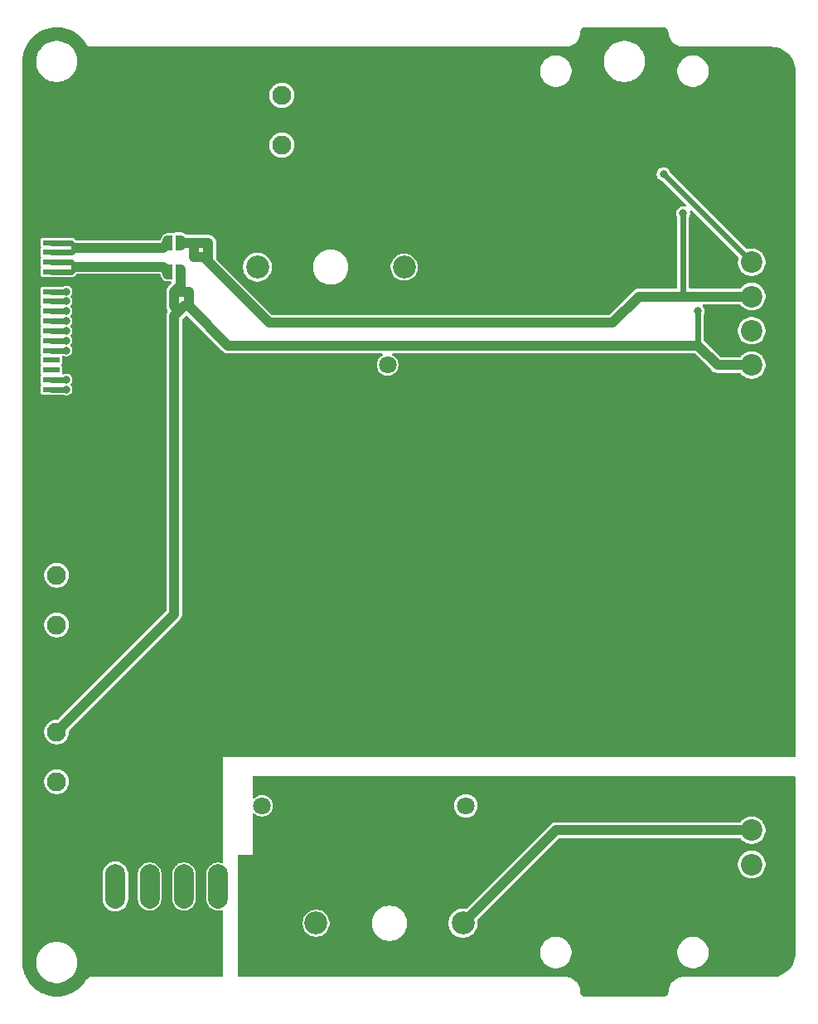
<source format=gbr>
%TF.GenerationSoftware,KiCad,Pcbnew,9.0.6*%
%TF.CreationDate,2025-11-01T18:41:32+03:00*%
%TF.ProjectId,PMPS-20W,504d5053-2d32-4305-972e-6b696361645f,rev?*%
%TF.SameCoordinates,Original*%
%TF.FileFunction,Copper,L2,Bot*%
%TF.FilePolarity,Positive*%
%FSLAX46Y46*%
G04 Gerber Fmt 4.6, Leading zero omitted, Abs format (unit mm)*
G04 Created by KiCad (PCBNEW 9.0.6) date 2025-11-01 18:41:32*
%MOMM*%
%LPD*%
G01*
G04 APERTURE LIST*
G04 Aperture macros list*
%AMFreePoly0*
4,1,23,0.500000,-0.750000,0.000000,-0.750000,0.000000,-0.745722,-0.065263,-0.745722,-0.191342,-0.711940,-0.304381,-0.646677,-0.396677,-0.554381,-0.461940,-0.441342,-0.495722,-0.315263,-0.495722,-0.250000,-0.500000,-0.250000,-0.500000,0.250000,-0.495722,0.250000,-0.495722,0.315263,-0.461940,0.441342,-0.396677,0.554381,-0.304381,0.646677,-0.191342,0.711940,-0.065263,0.745722,0.000000,0.745722,
0.000000,0.750000,0.500000,0.750000,0.500000,-0.750000,0.500000,-0.750000,$1*%
%AMFreePoly1*
4,1,23,0.000000,0.745722,0.065263,0.745722,0.191342,0.711940,0.304381,0.646677,0.396677,0.554381,0.461940,0.441342,0.495722,0.315263,0.495722,0.250000,0.500000,0.250000,0.500000,-0.250000,0.495722,-0.250000,0.495722,-0.315263,0.461940,-0.441342,0.396677,-0.554381,0.304381,-0.646677,0.191342,-0.711940,0.065263,-0.745722,0.000000,-0.745722,0.000000,-0.750000,-0.500000,-0.750000,
-0.500000,0.750000,0.000000,0.750000,0.000000,0.745722,0.000000,0.745722,$1*%
G04 Aperture macros list end*
%TA.AperFunction,ComponentPad*%
%ADD10C,1.950000*%
%TD*%
%TA.AperFunction,ComponentPad*%
%ADD11C,1.803400*%
%TD*%
%TA.AperFunction,ComponentPad*%
%ADD12C,2.200000*%
%TD*%
%TA.AperFunction,ComponentPad*%
%ADD13C,2.350000*%
%TD*%
%TA.AperFunction,ComponentPad*%
%ADD14C,2.000000*%
%TD*%
%TA.AperFunction,ComponentPad*%
%ADD15O,6.350000X6.350000*%
%TD*%
%TA.AperFunction,SMDPad,CuDef*%
%ADD16FreePoly0,180.000000*%
%TD*%
%TA.AperFunction,SMDPad,CuDef*%
%ADD17FreePoly1,180.000000*%
%TD*%
%TA.AperFunction,SMDPad,CuDef*%
%ADD18R,1.800000X0.600000*%
%TD*%
%TA.AperFunction,SMDPad,CuDef*%
%ADD19R,3.000000X2.600000*%
%TD*%
%TA.AperFunction,ViaPad*%
%ADD20C,1.000000*%
%TD*%
%TA.AperFunction,ViaPad*%
%ADD21C,0.800000*%
%TD*%
%TA.AperFunction,Conductor*%
%ADD22C,1.000000*%
%TD*%
%TA.AperFunction,Conductor*%
%ADD23C,0.600000*%
%TD*%
%TA.AperFunction,Conductor*%
%ADD24C,2.000000*%
%TD*%
G04 APERTURE END LIST*
D10*
%TO.P,J3,1,VIN*%
%TO.N,+24V*%
X-36000000Y-27540000D03*
%TO.P,J3,2,GND*%
%TO.N,GND_MCU*%
X-36000000Y-25000000D03*
%TO.P,J3,3,+VO*%
%TO.N,+3V3*%
X-36000000Y-22460000D03*
%TD*%
D11*
%TO.P,U1,1,V-*%
%TO.N,GND_MCU*%
X5799999Y15000012D03*
%TO.P,U1,2,V+*%
%TO.N,Net-(U1-V+)*%
X-2200000Y15000012D03*
%TO.P,U1,3,AC/L*%
%TO.N,Net-(U1-AC{slash}L)*%
X-15000000Y-30000000D03*
%TO.P,U1,4,AC/N*%
%TO.N,N*%
X5799999Y-30000000D03*
%TD*%
D12*
%TO.P,J10,1,Pin_1*%
%TO.N,PE*%
X35000000Y-39500000D03*
%TO.P,J10,2,Pin_2*%
%TO.N,N*%
X35000000Y-36000000D03*
%TO.P,J10,3,Pin_3*%
%TO.N,230V*%
X35000000Y-32500000D03*
%TD*%
D13*
%TO.P,U4,1,1*%
%TO.N,230V*%
X5500000Y-42000000D03*
%TO.P,U4,2,2*%
%TO.N,Net-(U1-AC{slash}L)*%
X-9500000Y-42000000D03*
%TD*%
D14*
%TO.P,J8,1,Pin_1*%
%TO.N,+24V_EB*%
X-30000000Y-37000000D03*
%TO.P,J8,2,Pin_3*%
%TO.N,GND_EB*%
X-26500000Y-37000000D03*
%TO.P,J8,3,3*%
%TO.N,/CANL_EB*%
X-23000000Y-37000000D03*
%TO.P,J8,4,4*%
%TO.N,/CANH_EB*%
X-19500000Y-37000000D03*
%TO.P,J8,5,Pin_9*%
%TO.N,PE*%
X-16000000Y-37000000D03*
%TO.P,J8,6,Pin_2*%
%TO.N,+24V_EB*%
X-30000000Y-39500000D03*
%TO.P,J8,7,Pin_4*%
%TO.N,GND_EB*%
X-26500000Y-39500000D03*
%TO.P,J8,8,Pin_6*%
%TO.N,/CANL_EB*%
X-23000000Y-39500000D03*
%TO.P,J8,9,Pin_8*%
%TO.N,/CANH_EB*%
X-19500000Y-39500000D03*
%TO.P,J8,10,Pin_10*%
%TO.N,PE*%
X-16000000Y-39500000D03*
%TD*%
D10*
%TO.P,J2,1,VIN*%
%TO.N,+24V*%
X-13000000Y37460000D03*
%TO.P,J2,2,GND*%
%TO.N,GND_MCU*%
X-13000000Y40000000D03*
%TO.P,J2,3,+VO*%
%TO.N,+5V(2)*%
X-13000000Y42540000D03*
%TD*%
D13*
%TO.P,U2,1,1*%
%TO.N,Net-(U1-V+)*%
X-500000Y25000000D03*
%TO.P,U2,2,2*%
%TO.N,+24V*%
X-15500000Y25000000D03*
%TD*%
D15*
%TO.P,PE1,1*%
%TO.N,PE*%
X22000000Y-46000000D03*
%TD*%
D10*
%TO.P,J4,1,VIN*%
%TO.N,+24V*%
X-36000000Y-11540000D03*
%TO.P,J4,2,GND*%
%TO.N,GND_MCU*%
X-36000000Y-9000000D03*
%TO.P,J4,3,+VO*%
%TO.N,+5V*%
X-36000000Y-6460000D03*
%TD*%
D12*
%TO.P,J6,1,Pin_1*%
%TO.N,GND_MCU*%
X35000000Y11500000D03*
%TO.P,J6,2,Pin_2*%
%TO.N,+3V3*%
X35000000Y15000000D03*
%TO.P,J6,3,Pin_3*%
%TO.N,+5V(2)*%
X35000000Y18500000D03*
%TO.P,J6,4,Pin_4*%
%TO.N,+5V*%
X35000000Y22000000D03*
%TO.P,J6,5,Pin_5*%
%TO.N,+24V*%
X35000000Y25500000D03*
%TD*%
D16*
%TO.P,JP2,1,A*%
%TO.N,+5V*%
X-23350000Y27500000D03*
D17*
%TO.P,JP2,2,B*%
%TO.N,+5V-IB-back*%
X-24650000Y27500000D03*
%TD*%
D18*
%TO.P,JM2,1,Pin_1*%
%TO.N,GND_MCU*%
X-36546000Y29500000D03*
%TO.P,JM2,2,Pin_2*%
X-36546000Y28500000D03*
%TO.P,JM2,3,Pin_3*%
%TO.N,+5V-IB-back*%
X-36546000Y27500000D03*
%TO.P,JM2,4,Pin_4*%
X-36546000Y26500000D03*
%TO.P,JM2,5,Pin_5*%
%TO.N,+3V3-IB-back*%
X-36546000Y25500000D03*
%TO.P,JM2,6,Pin_6*%
X-36546000Y24500000D03*
%TO.P,JM2,7,Pin_7*%
%TO.N,GND_MCU*%
X-36546000Y23500000D03*
%TO.P,JM2,8,Pin_8*%
%TO.N,/MOSI_IB*%
X-36546000Y22500000D03*
%TO.P,JM2,9,Pin_9*%
%TO.N,/MISO_IB*%
X-36546000Y21500000D03*
%TO.P,JM2,10,Pin_10*%
%TO.N,/SCK_IB*%
X-36546000Y20500000D03*
%TO.P,JM2,11,Pin_11*%
%TO.N,/CS0_IB*%
X-36546000Y19500000D03*
%TO.P,JM2,12,Pin_11*%
%TO.N,/CS1_IB*%
X-36546000Y18500000D03*
%TO.P,JM2,13,Pin_11*%
%TO.N,/CS2_IB*%
X-36546000Y17500000D03*
%TO.P,JM2,14,Pin_11*%
%TO.N,/CS3_IB*%
X-36546000Y16500000D03*
%TO.P,JM2,15,Pin_11*%
%TO.N,/RST_IB*%
X-36546000Y15500000D03*
%TO.P,JM2,16,Pin_11*%
%TO.N,Net-(JM1-Pin_5)*%
X-36546000Y14500000D03*
%TO.P,JM2,17,Pin_11*%
%TO.N,/SDA_IB*%
X-36546000Y13500000D03*
%TO.P,JM2,18,Pin_11*%
%TO.N,/SCL_IB*%
X-36546000Y12500000D03*
%TO.P,JM2,19,Pin_11*%
%TO.N,GND_MCU*%
X-36546000Y11500000D03*
%TO.P,JM2,20,Pin_11*%
X-36546000Y10500000D03*
D19*
%TO.P,JM2,MP1,Pin_11*%
X-34375000Y31850000D03*
%TO.P,JM2,MP2,Pin_11*%
X-34375000Y8150000D03*
%TD*%
D16*
%TO.P,JP4,1,A*%
%TO.N,+3V3*%
X-23350000Y24500000D03*
D17*
%TO.P,JP4,2,B*%
%TO.N,+3V3-IB-back*%
X-24650000Y24500000D03*
%TD*%
D20*
%TO.N,+5V*%
X-22000000Y26000000D03*
X-22000000Y27500000D03*
D21*
X28000000Y30500000D03*
D20*
X-20500000Y26000000D03*
X-20500000Y27500000D03*
D21*
%TO.N,+24V*%
X26000000Y34499996D03*
D20*
%TO.N,+3V3*%
X-24000000Y22500000D03*
X-22500000Y22500000D03*
X-22500000Y21000000D03*
X-24000000Y21000000D03*
D21*
X29500000Y20500000D03*
%TO.N,/CS0_IB*%
X-35000000Y19500000D03*
%TO.N,/MOSI_IB*%
X-35000000Y22500000D03*
%TO.N,/SCK_IB*%
X-35000000Y20500000D03*
%TO.N,/CS1_IB*%
X-35000000Y18500000D03*
%TO.N,/MISO_IB*%
X-35000000Y21500000D03*
%TO.N,/CS3_IB*%
X-35000000Y16500000D03*
%TO.N,/CS2_IB*%
X-35000000Y17500000D03*
%TO.N,/SCL_IB*%
X-35000000Y12500000D03*
%TO.N,/SDA_IB*%
X-35000000Y13500000D03*
%TD*%
D22*
%TO.N,+5V*%
X31500000Y22000000D02*
X23500000Y22000000D01*
D23*
X31500000Y22000000D02*
X28000000Y22000000D01*
D22*
X23500000Y22000000D02*
X20801000Y19301000D01*
X-22000000Y27500000D02*
X-22000000Y26000000D01*
X20801000Y19301000D02*
X-14301000Y19301000D01*
X-20500000Y27500000D02*
X-23344000Y27500000D01*
D23*
X28000000Y22000000D02*
X28000000Y30500000D01*
D22*
X-14301000Y19301000D02*
X-21000000Y26000000D01*
X31500000Y22000000D02*
X35000000Y22000000D01*
X-22000000Y26000000D02*
X-21000000Y26000000D01*
X-21000000Y26000000D02*
X-20500000Y26000000D01*
X-20500000Y26000000D02*
X-20500000Y27500000D01*
%TO.N,230V*%
X5500000Y-42000000D02*
X15000000Y-32500000D01*
X15000000Y-32500000D02*
X35000000Y-32500000D01*
D23*
%TO.N,+24V*%
X26000000Y34499996D02*
X26000004Y34499996D01*
X26000004Y34499996D02*
X35000000Y25500000D01*
D24*
X-30000000Y-37000000D02*
X-30000000Y-39500000D01*
D22*
%TO.N,+3V3*%
X-23000000Y21000000D02*
X-23500000Y20500000D01*
X32000000Y15000000D02*
X35000000Y15000000D01*
D23*
X28000000Y17000000D02*
X29500000Y17000000D01*
D22*
X-24000000Y22500000D02*
X-24000000Y21000000D01*
X-24000000Y22500000D02*
X-23344000Y23156000D01*
X-22500000Y21000000D02*
X-23000000Y21000000D01*
X-23500000Y20500000D02*
X-24000000Y21000000D01*
X29500000Y17000000D02*
X-18500000Y17000000D01*
X-18500000Y17000000D02*
X-22500000Y21000000D01*
X-22500000Y22500000D02*
X-22500000Y21000000D01*
X-24000000Y-10460000D02*
X-24000000Y20000000D01*
X31500000Y15000000D02*
X29500000Y17000000D01*
X32500000Y15000000D02*
X31500000Y15000000D01*
X-23344000Y23156000D02*
X-23344000Y24500000D01*
D23*
X29500000Y20500000D02*
X29500000Y17000000D01*
D22*
X-36000000Y-22460000D02*
X-24000000Y-10460000D01*
X-24000000Y20000000D02*
X-23500000Y20500000D01*
X-24000000Y22500000D02*
X-22500000Y22500000D01*
D24*
%TO.N,GND_EB*%
X-26500000Y-37000000D02*
X-26500000Y-39500000D01*
%TO.N,/CANH_EB*%
X-19500000Y-37000000D02*
X-19500000Y-39500000D01*
%TO.N,/CANL_EB*%
X-23000000Y-37000000D02*
X-23000000Y-39500000D01*
D23*
%TO.N,/CS0_IB*%
X-35000000Y19500000D02*
X-36546000Y19500000D01*
%TO.N,/MOSI_IB*%
X-35000000Y22500000D02*
X-36546000Y22500000D01*
%TO.N,/SCK_IB*%
X-35000000Y20500000D02*
X-36546000Y20500000D01*
%TO.N,/CS1_IB*%
X-35000000Y18500000D02*
X-36546000Y18500000D01*
%TO.N,/MISO_IB*%
X-35000000Y21500000D02*
X-36546000Y21500000D01*
%TO.N,/CS3_IB*%
X-35000000Y16500000D02*
X-36546000Y16500000D01*
%TO.N,/CS2_IB*%
X-35000000Y17500000D02*
X-36546000Y17500000D01*
%TO.N,+5V-IB-back*%
X-36546000Y27500000D02*
X-34500000Y27500000D01*
X-34500000Y26500000D02*
X-34000000Y27000000D01*
X-34500000Y27500000D02*
X-34000000Y27000000D01*
D22*
X-24756000Y27394000D02*
X-24756000Y27500000D01*
X-34000000Y27000000D02*
X-25150000Y27000000D01*
D23*
X-36546000Y26500000D02*
X-34500000Y26500000D01*
D22*
X-25150000Y27000000D02*
X-24756000Y27394000D01*
%TO.N,+3V3-IB-back*%
X-34000000Y25000000D02*
X-25150000Y25000000D01*
X-24756000Y24606000D02*
X-24756000Y24500000D01*
D23*
X-36546000Y25500000D02*
X-34500000Y25500000D01*
X-36546000Y24500000D02*
X-34500000Y24500000D01*
D22*
X-25150000Y25000000D02*
X-24756000Y24606000D01*
D23*
X-34500000Y24500000D02*
X-34000000Y25000000D01*
X-34500000Y25500000D02*
X-34000000Y25000000D01*
%TO.N,/SCL_IB*%
X-35000000Y12500000D02*
X-36546000Y12500000D01*
%TO.N,/SDA_IB*%
X-35000000Y13500000D02*
X-36546000Y13500000D01*
%TD*%
%TA.AperFunction,Conductor*%
%TO.N,PE*%
G36*
X39442539Y-27019685D02*
G01*
X39488294Y-27072489D01*
X39499500Y-27124000D01*
X39499500Y-44996249D01*
X39499274Y-45003736D01*
X39481728Y-45293794D01*
X39479923Y-45308659D01*
X39428219Y-45590798D01*
X39424635Y-45605336D01*
X39339306Y-45879167D01*
X39333997Y-45893168D01*
X39216275Y-46154736D01*
X39209316Y-46167995D01*
X39060928Y-46413459D01*
X39052422Y-46425782D01*
X38875526Y-46651573D01*
X38865596Y-46662781D01*
X38662781Y-46865596D01*
X38651573Y-46875526D01*
X38425782Y-47052422D01*
X38413459Y-47060928D01*
X38167995Y-47209316D01*
X38154736Y-47216275D01*
X37893168Y-47333997D01*
X37879167Y-47339306D01*
X37605336Y-47424635D01*
X37590798Y-47428219D01*
X37308659Y-47479923D01*
X37293794Y-47481728D01*
X37003736Y-47499274D01*
X36996249Y-47499500D01*
X27892682Y-47499500D01*
X27680235Y-47530044D01*
X27680225Y-47530047D01*
X27474284Y-47590517D01*
X27279061Y-47679672D01*
X27279048Y-47679679D01*
X27098485Y-47795720D01*
X26936275Y-47936275D01*
X26795720Y-48098485D01*
X26679679Y-48279048D01*
X26679672Y-48279061D01*
X26590517Y-48474284D01*
X26530047Y-48680225D01*
X26530044Y-48680235D01*
X26499500Y-48892682D01*
X26499500Y-48993038D01*
X26498720Y-49006922D01*
X26498720Y-49006923D01*
X26488540Y-49097264D01*
X26482362Y-49124333D01*
X26454648Y-49203537D01*
X26442600Y-49228555D01*
X26397957Y-49299604D01*
X26380644Y-49321313D01*
X26321313Y-49380644D01*
X26299604Y-49397957D01*
X26228555Y-49442600D01*
X26203537Y-49454648D01*
X26124333Y-49482362D01*
X26097264Y-49488540D01*
X26017075Y-49497576D01*
X26006921Y-49498720D01*
X25993038Y-49499500D01*
X18006962Y-49499500D01*
X17993078Y-49498720D01*
X17980553Y-49497308D01*
X17902735Y-49488540D01*
X17875666Y-49482362D01*
X17796462Y-49454648D01*
X17771444Y-49442600D01*
X17700395Y-49397957D01*
X17678686Y-49380644D01*
X17619355Y-49321313D01*
X17602042Y-49299604D01*
X17557399Y-49228555D01*
X17545351Y-49203537D01*
X17517637Y-49124333D01*
X17511459Y-49097263D01*
X17501280Y-49006922D01*
X17500500Y-48993038D01*
X17500500Y-48892683D01*
X17500500Y-48892682D01*
X17469954Y-48680231D01*
X17409484Y-48474290D01*
X17409483Y-48474288D01*
X17409482Y-48474284D01*
X17320327Y-48279061D01*
X17320320Y-48279048D01*
X17249102Y-48168231D01*
X17204281Y-48098487D01*
X17124227Y-48006100D01*
X17063724Y-47936275D01*
X16901514Y-47795720D01*
X16901513Y-47795719D01*
X16836991Y-47754253D01*
X16720951Y-47679679D01*
X16720938Y-47679672D01*
X16525715Y-47590517D01*
X16319774Y-47530047D01*
X16319764Y-47530044D01*
X16128754Y-47502582D01*
X16107318Y-47499500D01*
X16065892Y-47499500D01*
X-17376000Y-47499500D01*
X-17443039Y-47479815D01*
X-17488794Y-47427011D01*
X-17500000Y-47375500D01*
X-17500000Y-44874038D01*
X13399500Y-44874038D01*
X13399500Y-45125961D01*
X13438910Y-45374785D01*
X13516760Y-45614383D01*
X13631132Y-45838848D01*
X13779201Y-46042649D01*
X13779205Y-46042654D01*
X13957345Y-46220794D01*
X13957350Y-46220798D01*
X14135117Y-46349952D01*
X14161155Y-46368870D01*
X14304184Y-46441747D01*
X14385616Y-46483239D01*
X14385618Y-46483239D01*
X14385621Y-46483241D01*
X14625215Y-46561090D01*
X14874038Y-46600500D01*
X14874039Y-46600500D01*
X15125961Y-46600500D01*
X15125962Y-46600500D01*
X15374785Y-46561090D01*
X15614379Y-46483241D01*
X15838845Y-46368870D01*
X16042656Y-46220793D01*
X16220793Y-46042656D01*
X16368870Y-45838845D01*
X16483241Y-45614379D01*
X16561090Y-45374785D01*
X16600500Y-45125962D01*
X16600500Y-44874038D01*
X27399500Y-44874038D01*
X27399500Y-45125961D01*
X27438910Y-45374785D01*
X27516760Y-45614383D01*
X27631132Y-45838848D01*
X27779201Y-46042649D01*
X27779205Y-46042654D01*
X27957345Y-46220794D01*
X27957350Y-46220798D01*
X28135117Y-46349952D01*
X28161155Y-46368870D01*
X28304184Y-46441747D01*
X28385616Y-46483239D01*
X28385618Y-46483239D01*
X28385621Y-46483241D01*
X28625215Y-46561090D01*
X28874038Y-46600500D01*
X28874039Y-46600500D01*
X29125961Y-46600500D01*
X29125962Y-46600500D01*
X29374785Y-46561090D01*
X29614379Y-46483241D01*
X29838845Y-46368870D01*
X30042656Y-46220793D01*
X30220793Y-46042656D01*
X30368870Y-45838845D01*
X30483241Y-45614379D01*
X30561090Y-45374785D01*
X30600500Y-45125962D01*
X30600500Y-44874038D01*
X30561090Y-44625215D01*
X30483241Y-44385621D01*
X30483239Y-44385618D01*
X30483239Y-44385616D01*
X30441747Y-44304184D01*
X30368870Y-44161155D01*
X30349952Y-44135117D01*
X30220798Y-43957350D01*
X30220794Y-43957345D01*
X30042654Y-43779205D01*
X30042649Y-43779201D01*
X29838848Y-43631132D01*
X29838847Y-43631131D01*
X29838845Y-43631130D01*
X29768747Y-43595413D01*
X29614383Y-43516760D01*
X29374785Y-43438910D01*
X29125962Y-43399500D01*
X28874038Y-43399500D01*
X28749626Y-43419205D01*
X28625214Y-43438910D01*
X28385616Y-43516760D01*
X28161151Y-43631132D01*
X27957350Y-43779201D01*
X27957345Y-43779205D01*
X27779205Y-43957345D01*
X27779201Y-43957350D01*
X27631132Y-44161151D01*
X27516760Y-44385616D01*
X27438910Y-44625214D01*
X27399500Y-44874038D01*
X16600500Y-44874038D01*
X16561090Y-44625215D01*
X16483241Y-44385621D01*
X16483239Y-44385618D01*
X16483239Y-44385616D01*
X16441747Y-44304184D01*
X16368870Y-44161155D01*
X16349952Y-44135117D01*
X16220798Y-43957350D01*
X16220794Y-43957345D01*
X16042654Y-43779205D01*
X16042649Y-43779201D01*
X15838848Y-43631132D01*
X15838847Y-43631131D01*
X15838845Y-43631130D01*
X15768747Y-43595413D01*
X15614383Y-43516760D01*
X15374785Y-43438910D01*
X15125962Y-43399500D01*
X14874038Y-43399500D01*
X14749626Y-43419205D01*
X14625214Y-43438910D01*
X14385616Y-43516760D01*
X14161151Y-43631132D01*
X13957350Y-43779201D01*
X13957345Y-43779205D01*
X13779205Y-43957345D01*
X13779201Y-43957350D01*
X13631132Y-44161151D01*
X13516760Y-44385616D01*
X13438910Y-44625214D01*
X13399500Y-44874038D01*
X-17500000Y-44874038D01*
X-17500000Y-41891743D01*
X-10875500Y-41891743D01*
X-10875500Y-41891746D01*
X-10875500Y-42108254D01*
X-10873953Y-42118020D01*
X-10841630Y-42322098D01*
X-10774728Y-42528006D01*
X-10774727Y-42528009D01*
X-10748239Y-42579993D01*
X-10676433Y-42720919D01*
X-10549172Y-42896078D01*
X-10396078Y-43049172D01*
X-10220919Y-43176433D01*
X-10194873Y-43189704D01*
X-10028010Y-43274726D01*
X-10028007Y-43274727D01*
X-9925053Y-43308178D01*
X-9822097Y-43341630D01*
X-9608254Y-43375500D01*
X-9608253Y-43375500D01*
X-9391747Y-43375500D01*
X-9391746Y-43375500D01*
X-9177903Y-43341630D01*
X-8971991Y-43274726D01*
X-8779081Y-43176433D01*
X-8603922Y-43049172D01*
X-8450828Y-42896078D01*
X-8323567Y-42720919D01*
X-8225274Y-42528009D01*
X-8158370Y-42322097D01*
X-8124500Y-42108254D01*
X-8124500Y-41891746D01*
X-8126044Y-41881995D01*
X-3800500Y-41881995D01*
X-3800500Y-42118004D01*
X-3800499Y-42118020D01*
X-3769694Y-42352010D01*
X-3708606Y-42579993D01*
X-3618286Y-42798045D01*
X-3618281Y-42798056D01*
X-3561686Y-42896080D01*
X-3500273Y-43002450D01*
X-3500271Y-43002453D01*
X-3500270Y-43002454D01*
X-3356594Y-43189697D01*
X-3356588Y-43189704D01*
X-3189705Y-43356587D01*
X-3189698Y-43356593D01*
X-3175614Y-43367400D01*
X-3002450Y-43500273D01*
X-2871082Y-43576118D01*
X-2798057Y-43618280D01*
X-2798052Y-43618282D01*
X-2798049Y-43618284D01*
X-2579993Y-43708606D01*
X-2352014Y-43769693D01*
X-2118011Y-43800500D01*
X-2118004Y-43800500D01*
X-1881996Y-43800500D01*
X-1881989Y-43800500D01*
X-1647986Y-43769693D01*
X-1420007Y-43708606D01*
X-1201951Y-43618284D01*
X-997550Y-43500273D01*
X-810301Y-43356592D01*
X-643408Y-43189699D01*
X-499727Y-43002450D01*
X-381716Y-42798049D01*
X-291394Y-42579993D01*
X-230307Y-42352014D01*
X-199500Y-42118011D01*
X-199500Y-41883870D01*
X4024500Y-41883870D01*
X4024500Y-42116129D01*
X4060831Y-42345514D01*
X4132601Y-42566400D01*
X4233832Y-42765074D01*
X4238039Y-42773331D01*
X4374551Y-42961224D01*
X4538776Y-43125449D01*
X4726669Y-43261961D01*
X4751722Y-43274726D01*
X4933599Y-43367398D01*
X4933601Y-43367398D01*
X4933604Y-43367400D01*
X5154486Y-43439169D01*
X5272668Y-43457886D01*
X5383871Y-43475500D01*
X5383876Y-43475500D01*
X5616129Y-43475500D01*
X5717502Y-43459443D01*
X5845514Y-43439169D01*
X6066396Y-43367400D01*
X6273331Y-43261961D01*
X6461224Y-43125449D01*
X6625449Y-42961224D01*
X6761961Y-42773331D01*
X6867400Y-42566396D01*
X6939169Y-42345514D01*
X6975200Y-42118020D01*
X6975500Y-42116129D01*
X6975500Y-41883871D01*
X6957134Y-41767917D01*
X6954305Y-41750056D01*
X6963259Y-41680765D01*
X6989094Y-41642982D01*
X12742299Y-35889778D01*
X33599500Y-35889778D01*
X33599500Y-36110221D01*
X33633985Y-36327952D01*
X33702103Y-36537603D01*
X33702104Y-36537606D01*
X33802187Y-36734025D01*
X33931752Y-36912358D01*
X33931756Y-36912363D01*
X34087636Y-37068243D01*
X34087641Y-37068247D01*
X34243192Y-37181260D01*
X34265978Y-37197815D01*
X34394375Y-37263237D01*
X34462393Y-37297895D01*
X34462396Y-37297896D01*
X34567221Y-37331955D01*
X34672049Y-37366015D01*
X34889778Y-37400500D01*
X34889779Y-37400500D01*
X35110221Y-37400500D01*
X35110222Y-37400500D01*
X35327951Y-37366015D01*
X35537606Y-37297895D01*
X35734022Y-37197815D01*
X35912365Y-37068242D01*
X36068242Y-36912365D01*
X36197815Y-36734022D01*
X36297895Y-36537606D01*
X36366015Y-36327951D01*
X36400500Y-36110222D01*
X36400500Y-35889778D01*
X36366015Y-35672049D01*
X36297895Y-35462394D01*
X36297895Y-35462393D01*
X36263237Y-35394375D01*
X36197815Y-35265978D01*
X36094663Y-35124000D01*
X36068247Y-35087641D01*
X36068243Y-35087636D01*
X35912363Y-34931756D01*
X35912358Y-34931752D01*
X35734025Y-34802187D01*
X35734024Y-34802186D01*
X35734022Y-34802185D01*
X35671096Y-34770122D01*
X35537606Y-34702104D01*
X35537603Y-34702103D01*
X35327952Y-34633985D01*
X35219086Y-34616742D01*
X35110222Y-34599500D01*
X34889778Y-34599500D01*
X34817201Y-34610995D01*
X34672047Y-34633985D01*
X34462396Y-34702103D01*
X34462393Y-34702104D01*
X34265974Y-34802187D01*
X34087641Y-34931752D01*
X34087636Y-34931756D01*
X33931756Y-35087636D01*
X33931752Y-35087641D01*
X33802187Y-35265974D01*
X33702104Y-35462393D01*
X33702103Y-35462396D01*
X33633985Y-35672047D01*
X33599500Y-35889778D01*
X12742299Y-35889778D01*
X15295259Y-33336819D01*
X15356582Y-33303334D01*
X15382940Y-33300500D01*
X33787302Y-33300500D01*
X33854341Y-33320185D01*
X33887620Y-33351615D01*
X33931752Y-33412359D01*
X34087636Y-33568243D01*
X34087641Y-33568247D01*
X34243192Y-33681260D01*
X34265978Y-33697815D01*
X34394375Y-33763237D01*
X34462393Y-33797895D01*
X34462396Y-33797896D01*
X34567221Y-33831955D01*
X34672049Y-33866015D01*
X34889778Y-33900500D01*
X34889779Y-33900500D01*
X35110221Y-33900500D01*
X35110222Y-33900500D01*
X35327951Y-33866015D01*
X35537606Y-33797895D01*
X35734022Y-33697815D01*
X35912365Y-33568242D01*
X36068242Y-33412365D01*
X36197815Y-33234022D01*
X36297895Y-33037606D01*
X36366015Y-32827951D01*
X36400500Y-32610222D01*
X36400500Y-32389778D01*
X36366015Y-32172049D01*
X36297895Y-31962394D01*
X36297895Y-31962393D01*
X36255001Y-31878210D01*
X36197815Y-31765978D01*
X36143378Y-31691051D01*
X36068247Y-31587641D01*
X36068243Y-31587636D01*
X35912363Y-31431756D01*
X35912358Y-31431752D01*
X35734025Y-31302187D01*
X35734024Y-31302186D01*
X35734022Y-31302185D01*
X35671096Y-31270122D01*
X35537606Y-31202104D01*
X35537603Y-31202103D01*
X35327952Y-31133985D01*
X35202541Y-31114122D01*
X35110222Y-31099500D01*
X34889778Y-31099500D01*
X34817201Y-31110995D01*
X34672047Y-31133985D01*
X34462396Y-31202103D01*
X34462393Y-31202104D01*
X34265974Y-31302187D01*
X34087641Y-31431752D01*
X34087636Y-31431756D01*
X33931752Y-31587640D01*
X33887620Y-31648385D01*
X33832291Y-31691051D01*
X33787302Y-31699500D01*
X14921155Y-31699500D01*
X14766510Y-31730261D01*
X14766498Y-31730264D01*
X14620827Y-31790602D01*
X14620814Y-31790609D01*
X14489711Y-31878210D01*
X14489707Y-31878213D01*
X5857019Y-40510901D01*
X5795696Y-40544386D01*
X5749941Y-40545693D01*
X5616130Y-40524500D01*
X5616124Y-40524500D01*
X5383876Y-40524500D01*
X5383871Y-40524500D01*
X5154485Y-40560831D01*
X4933599Y-40632601D01*
X4726668Y-40738039D01*
X4538773Y-40874553D01*
X4374553Y-41038773D01*
X4238039Y-41226668D01*
X4132601Y-41433599D01*
X4060831Y-41654485D01*
X4024500Y-41883870D01*
X-199500Y-41883870D01*
X-199500Y-41881989D01*
X-230307Y-41647986D01*
X-291394Y-41420007D01*
X-381716Y-41201951D01*
X-381718Y-41201948D01*
X-381720Y-41201943D01*
X-438315Y-41103919D01*
X-499727Y-40997550D01*
X-594107Y-40874551D01*
X-643407Y-40810302D01*
X-643413Y-40810295D01*
X-810296Y-40643412D01*
X-810303Y-40643406D01*
X-997546Y-40499730D01*
X-997547Y-40499729D01*
X-997550Y-40499727D01*
X-1079043Y-40452677D01*
X-1201944Y-40381719D01*
X-1201955Y-40381714D01*
X-1420007Y-40291394D01*
X-1647990Y-40230306D01*
X-1881980Y-40199501D01*
X-1881983Y-40199500D01*
X-1881989Y-40199500D01*
X-2118011Y-40199500D01*
X-2118017Y-40199500D01*
X-2118021Y-40199501D01*
X-2352011Y-40230306D01*
X-2579994Y-40291394D01*
X-2798046Y-40381714D01*
X-2798057Y-40381719D01*
X-3002455Y-40499730D01*
X-3189698Y-40643406D01*
X-3189705Y-40643412D01*
X-3356588Y-40810295D01*
X-3356594Y-40810302D01*
X-3500270Y-40997545D01*
X-3618281Y-41201943D01*
X-3618286Y-41201954D01*
X-3708606Y-41420006D01*
X-3769694Y-41647989D01*
X-3800499Y-41881979D01*
X-3800500Y-41881995D01*
X-8126044Y-41881995D01*
X-8158370Y-41677903D01*
X-8225274Y-41471991D01*
X-8225274Y-41471990D01*
X-8323568Y-41279080D01*
X-8361647Y-41226669D01*
X-8450828Y-41103922D01*
X-8603922Y-40950828D01*
X-8779081Y-40823567D01*
X-8805117Y-40810301D01*
X-8971991Y-40725273D01*
X-8971994Y-40725272D01*
X-9177902Y-40658370D01*
X-9284825Y-40641435D01*
X-9391746Y-40624500D01*
X-9608254Y-40624500D01*
X-9659394Y-40632600D01*
X-9822099Y-40658370D01*
X-10028007Y-40725272D01*
X-10028010Y-40725273D01*
X-10220920Y-40823567D01*
X-10291092Y-40874551D01*
X-10396078Y-40950828D01*
X-10396080Y-40950830D01*
X-10396081Y-40950830D01*
X-10549170Y-41103919D01*
X-10549170Y-41103920D01*
X-10549172Y-41103922D01*
X-10603826Y-41179145D01*
X-10676433Y-41279080D01*
X-10774727Y-41471990D01*
X-10774728Y-41471993D01*
X-10841630Y-41677901D01*
X-10875500Y-41891743D01*
X-17500000Y-41891743D01*
X-17500000Y-35124000D01*
X-17480315Y-35056961D01*
X-17427511Y-35011206D01*
X-17376000Y-35000000D01*
X-16000000Y-35000000D01*
X-16000000Y-30858108D01*
X-15980315Y-30791069D01*
X-15927511Y-30745314D01*
X-15858353Y-30735370D01*
X-15794797Y-30764395D01*
X-15788319Y-30770427D01*
X-15718035Y-30840711D01*
X-15577679Y-30942686D01*
X-15501862Y-30981316D01*
X-15423099Y-31021449D01*
X-15423096Y-31021450D01*
X-15340599Y-31048254D01*
X-15258099Y-31075060D01*
X-15086745Y-31102200D01*
X-15086744Y-31102200D01*
X-14913256Y-31102200D01*
X-14913255Y-31102200D01*
X-14741901Y-31075060D01*
X-14576902Y-31021449D01*
X-14422321Y-30942686D01*
X-14281965Y-30840711D01*
X-14159289Y-30718035D01*
X-14057314Y-30577679D01*
X-13978551Y-30423098D01*
X-13924940Y-30258099D01*
X-13897800Y-30086745D01*
X-13897800Y-29913255D01*
X-13899046Y-29905385D01*
X4597799Y-29905385D01*
X4597799Y-30094614D01*
X4627402Y-30281517D01*
X4627402Y-30281520D01*
X4685875Y-30461481D01*
X4685877Y-30461484D01*
X4771786Y-30630090D01*
X4883013Y-30783180D01*
X5016819Y-30916986D01*
X5169909Y-31028213D01*
X5309818Y-31099500D01*
X5338517Y-31114123D01*
X5506378Y-31168664D01*
X5518483Y-31172597D01*
X5705384Y-31202200D01*
X5705385Y-31202200D01*
X5894613Y-31202200D01*
X5894614Y-31202200D01*
X6081515Y-31172597D01*
X6081518Y-31172596D01*
X6081519Y-31172596D01*
X6261480Y-31114123D01*
X6261480Y-31114122D01*
X6261483Y-31114122D01*
X6430089Y-31028213D01*
X6583179Y-30916986D01*
X6716985Y-30783180D01*
X6828212Y-30630090D01*
X6914121Y-30461484D01*
X6972596Y-30281516D01*
X7002199Y-30094615D01*
X7002199Y-29905385D01*
X6972596Y-29718484D01*
X6972595Y-29718480D01*
X6972595Y-29718479D01*
X6914122Y-29538518D01*
X6914121Y-29538516D01*
X6828212Y-29369910D01*
X6716985Y-29216820D01*
X6583179Y-29083014D01*
X6430089Y-28971787D01*
X6338147Y-28924940D01*
X6261480Y-28885876D01*
X6081517Y-28827403D01*
X5956914Y-28807667D01*
X5894614Y-28797800D01*
X5705384Y-28797800D01*
X5643083Y-28807667D01*
X5518481Y-28827403D01*
X5518478Y-28827403D01*
X5338517Y-28885876D01*
X5169908Y-28971787D01*
X5082564Y-29035246D01*
X5016819Y-29083014D01*
X5016817Y-29083016D01*
X5016816Y-29083016D01*
X4883015Y-29216817D01*
X4883015Y-29216818D01*
X4883013Y-29216820D01*
X4853040Y-29258074D01*
X4771786Y-29369909D01*
X4685875Y-29538518D01*
X4627402Y-29718479D01*
X4627402Y-29718482D01*
X4597799Y-29905385D01*
X-13899046Y-29905385D01*
X-13924940Y-29741901D01*
X-13978551Y-29576902D01*
X-13978551Y-29576901D01*
X-14057315Y-29422320D01*
X-14159289Y-29281965D01*
X-14281965Y-29159289D01*
X-14422321Y-29057314D01*
X-14576902Y-28978550D01*
X-14576905Y-28978549D01*
X-14741900Y-28924940D01*
X-14827578Y-28911370D01*
X-14913255Y-28897800D01*
X-15086745Y-28897800D01*
X-15143863Y-28906846D01*
X-15258101Y-28924940D01*
X-15423096Y-28978549D01*
X-15423099Y-28978550D01*
X-15577680Y-29057314D01*
X-15613052Y-29083014D01*
X-15718035Y-29159289D01*
X-15718037Y-29159291D01*
X-15718038Y-29159291D01*
X-15788319Y-29229573D01*
X-15849642Y-29263058D01*
X-15919334Y-29258074D01*
X-15975267Y-29216202D01*
X-15999684Y-29150738D01*
X-16000000Y-29141892D01*
X-16000000Y-27124000D01*
X-15980315Y-27056961D01*
X-15927511Y-27011206D01*
X-15876000Y-27000000D01*
X39375500Y-27000000D01*
X39442539Y-27019685D01*
G37*
%TD.AperFunction*%
%TD*%
%TA.AperFunction,Conductor*%
%TO.N,GND_MCU*%
G36*
X26006922Y49498720D02*
G01*
X26097266Y49488541D01*
X26124331Y49482364D01*
X26203540Y49454648D01*
X26228553Y49442602D01*
X26299606Y49397957D01*
X26321313Y49380645D01*
X26380644Y49321314D01*
X26397957Y49299605D01*
X26442600Y49228556D01*
X26454648Y49203538D01*
X26482362Y49124334D01*
X26488540Y49097265D01*
X26498720Y49006924D01*
X26499500Y48993039D01*
X26499500Y48892683D01*
X26530044Y48680236D01*
X26530047Y48680226D01*
X26590517Y48474285D01*
X26679672Y48279062D01*
X26679679Y48279049D01*
X26750898Y48168231D01*
X26794425Y48100500D01*
X26795720Y48098486D01*
X26936275Y47936276D01*
X27060277Y47828828D01*
X27098487Y47795719D01*
X27174388Y47746941D01*
X27279048Y47679680D01*
X27279061Y47679673D01*
X27474284Y47590518D01*
X27474288Y47590517D01*
X27474290Y47590516D01*
X27680231Y47530046D01*
X27680232Y47530046D01*
X27680235Y47530045D01*
X27743584Y47520938D01*
X27892682Y47499500D01*
X27934108Y47499500D01*
X36934108Y47499500D01*
X36996249Y47499500D01*
X37003736Y47499274D01*
X37293796Y47481729D01*
X37308659Y47479924D01*
X37590798Y47428220D01*
X37605335Y47424637D01*
X37879172Y47339305D01*
X37893163Y47334000D01*
X38154743Y47216273D01*
X38167989Y47209320D01*
X38413465Y47060925D01*
X38425776Y47052427D01*
X38580730Y46931029D01*
X38651573Y46875527D01*
X38662781Y46865597D01*
X38865596Y46662782D01*
X38875526Y46651574D01*
X39007406Y46483241D01*
X39052422Y46425783D01*
X39060926Y46413463D01*
X39177398Y46220795D01*
X39209316Y46167996D01*
X39216275Y46154737D01*
X39333997Y45893169D01*
X39339306Y45879168D01*
X39424635Y45605337D01*
X39428219Y45590799D01*
X39479923Y45308660D01*
X39481728Y45293795D01*
X39499274Y45003737D01*
X39499500Y44996250D01*
X39499500Y-24876000D01*
X39479815Y-24943039D01*
X39427011Y-24988794D01*
X39375500Y-25000000D01*
X-19000000Y-25000000D01*
X-19000000Y-35729507D01*
X-19019685Y-35796546D01*
X-19072489Y-35842301D01*
X-19141647Y-35852245D01*
X-19162318Y-35847438D01*
X-19218879Y-35829060D01*
X-19405514Y-35799500D01*
X-19405519Y-35799500D01*
X-19594481Y-35799500D01*
X-19594486Y-35799500D01*
X-19781119Y-35829059D01*
X-19960837Y-35887454D01*
X-20129200Y-35973240D01*
X-20177089Y-36008034D01*
X-20282073Y-36084310D01*
X-20282075Y-36084312D01*
X-20282076Y-36084312D01*
X-20415688Y-36217924D01*
X-20415688Y-36217925D01*
X-20415690Y-36217927D01*
X-20463390Y-36283579D01*
X-20526760Y-36370800D01*
X-20612546Y-36539163D01*
X-20670941Y-36718881D01*
X-20700500Y-36905513D01*
X-20700500Y-39594486D01*
X-20670941Y-39781118D01*
X-20612546Y-39960836D01*
X-20526760Y-40129199D01*
X-20415690Y-40282073D01*
X-20282073Y-40415690D01*
X-20129199Y-40526760D01*
X-20072642Y-40555577D01*
X-19960837Y-40612545D01*
X-19960835Y-40612545D01*
X-19960832Y-40612547D01*
X-19865852Y-40643408D01*
X-19781119Y-40670940D01*
X-19594486Y-40700500D01*
X-19594481Y-40700500D01*
X-19405514Y-40700500D01*
X-19272207Y-40679385D01*
X-19218882Y-40670940D01*
X-19162318Y-40652560D01*
X-19092479Y-40650565D01*
X-19032645Y-40686645D01*
X-19001816Y-40749346D01*
X-19000000Y-40770492D01*
X-19000000Y-47375500D01*
X-19019685Y-47442539D01*
X-19072489Y-47488294D01*
X-19124000Y-47499500D01*
X-32601791Y-47499500D01*
X-32729087Y-47533608D01*
X-32843213Y-47599500D01*
X-32843216Y-47599502D01*
X-32936397Y-47692683D01*
X-32936399Y-47692686D01*
X-32967723Y-47746941D01*
X-32971115Y-47752475D01*
X-33165305Y-48051500D01*
X-33172934Y-48062001D01*
X-33395280Y-48336575D01*
X-33403965Y-48346220D01*
X-33653780Y-48596036D01*
X-33663425Y-48604721D01*
X-33937998Y-48827066D01*
X-33948499Y-48834695D01*
X-34244797Y-49027113D01*
X-34256037Y-49033603D01*
X-34570837Y-49194001D01*
X-34582694Y-49199280D01*
X-34912528Y-49325891D01*
X-34924872Y-49329902D01*
X-35266142Y-49421346D01*
X-35278839Y-49424044D01*
X-35627783Y-49479310D01*
X-35640690Y-49480667D01*
X-35993510Y-49499158D01*
X-36006490Y-49499158D01*
X-36359311Y-49480667D01*
X-36372218Y-49479310D01*
X-36721162Y-49424044D01*
X-36733859Y-49421346D01*
X-37075130Y-49329902D01*
X-37087474Y-49325891D01*
X-37417308Y-49199280D01*
X-37429165Y-49194001D01*
X-37559663Y-49127509D01*
X-37743971Y-49033599D01*
X-37755190Y-49027122D01*
X-38051508Y-48834691D01*
X-38062002Y-48827066D01*
X-38336576Y-48604721D01*
X-38346221Y-48596036D01*
X-38596037Y-48346220D01*
X-38604722Y-48336575D01*
X-38651305Y-48279050D01*
X-38827074Y-48061992D01*
X-38834689Y-48051511D01*
X-39027121Y-47755190D01*
X-39033597Y-47743976D01*
X-39194007Y-47429153D01*
X-39199276Y-47417317D01*
X-39325894Y-47087468D01*
X-39329903Y-47075129D01*
X-39334748Y-47057048D01*
X-39421349Y-46733852D01*
X-39424045Y-46721161D01*
X-39431098Y-46676632D01*
X-39471623Y-46420760D01*
X-39479311Y-46372217D01*
X-39480668Y-46359310D01*
X-39499330Y-46003222D01*
X-39499500Y-45996732D01*
X-39499500Y-45862332D01*
X-38100500Y-45862332D01*
X-38100500Y-46137667D01*
X-38100499Y-46137684D01*
X-38064562Y-46410655D01*
X-38064561Y-46410660D01*
X-38064560Y-46410666D01*
X-38041725Y-46495886D01*
X-37993296Y-46676630D01*
X-37887925Y-46931017D01*
X-37887920Y-46931028D01*
X-37815161Y-47057048D01*
X-37750249Y-47169479D01*
X-37750247Y-47169482D01*
X-37750246Y-47169483D01*
X-37582630Y-47387926D01*
X-37582624Y-47387933D01*
X-37387934Y-47582623D01*
X-37387927Y-47582629D01*
X-37261448Y-47679679D01*
X-37169479Y-47750249D01*
X-37057294Y-47815019D01*
X-36931029Y-47887919D01*
X-36931024Y-47887921D01*
X-36931021Y-47887923D01*
X-36676632Y-47993295D01*
X-36410666Y-48064560D01*
X-36137674Y-48100500D01*
X-36137667Y-48100500D01*
X-35862333Y-48100500D01*
X-35862326Y-48100500D01*
X-35589334Y-48064560D01*
X-35323368Y-47993295D01*
X-35068979Y-47887923D01*
X-34830521Y-47750249D01*
X-34612072Y-47582628D01*
X-34417372Y-47387928D01*
X-34249751Y-47169479D01*
X-34112077Y-46931021D01*
X-34006705Y-46676632D01*
X-33935440Y-46410666D01*
X-33899500Y-46137674D01*
X-33899500Y-45862326D01*
X-33935440Y-45589334D01*
X-34006705Y-45323368D01*
X-34112077Y-45068979D01*
X-34112079Y-45068976D01*
X-34112081Y-45068971D01*
X-34189945Y-44934108D01*
X-34249751Y-44830521D01*
X-34417372Y-44612072D01*
X-34417377Y-44612066D01*
X-34612067Y-44417376D01*
X-34612074Y-44417370D01*
X-34830517Y-44249754D01*
X-34830518Y-44249753D01*
X-34830521Y-44249751D01*
X-34925593Y-44194861D01*
X-35068972Y-44112080D01*
X-35068983Y-44112075D01*
X-35323370Y-44006704D01*
X-35507587Y-43957344D01*
X-35589334Y-43935440D01*
X-35589340Y-43935439D01*
X-35589345Y-43935438D01*
X-35862316Y-43899501D01*
X-35862321Y-43899500D01*
X-35862326Y-43899500D01*
X-36137674Y-43899500D01*
X-36137680Y-43899500D01*
X-36137685Y-43899501D01*
X-36410656Y-43935438D01*
X-36410663Y-43935439D01*
X-36410666Y-43935440D01*
X-36466875Y-43950500D01*
X-36676631Y-44006704D01*
X-36931018Y-44112075D01*
X-36931029Y-44112080D01*
X-37169484Y-44249754D01*
X-37387927Y-44417370D01*
X-37387934Y-44417376D01*
X-37582624Y-44612066D01*
X-37582630Y-44612073D01*
X-37750246Y-44830516D01*
X-37887920Y-45068971D01*
X-37887925Y-45068982D01*
X-37993296Y-45323369D01*
X-38064559Y-45589331D01*
X-38064562Y-45589344D01*
X-38100499Y-45862315D01*
X-38100500Y-45862332D01*
X-39499500Y-45862332D01*
X-39499500Y-36897648D01*
X-31300500Y-36897648D01*
X-31300500Y-39602351D01*
X-31268478Y-39804534D01*
X-31205219Y-39999223D01*
X-31112285Y-40181613D01*
X-30991972Y-40347213D01*
X-30847214Y-40491971D01*
X-30752434Y-40560831D01*
X-30681610Y-40612287D01*
X-30591167Y-40658370D01*
X-30499224Y-40705218D01*
X-30499222Y-40705218D01*
X-30499219Y-40705220D01*
X-30394863Y-40739127D01*
X-30304535Y-40768477D01*
X-30203443Y-40784488D01*
X-30102352Y-40800500D01*
X-30102351Y-40800500D01*
X-29897649Y-40800500D01*
X-29897648Y-40800500D01*
X-29695466Y-40768477D01*
X-29500781Y-40705220D01*
X-29318390Y-40612287D01*
X-29200670Y-40526759D01*
X-29152787Y-40491971D01*
X-29152785Y-40491968D01*
X-29152781Y-40491966D01*
X-29008034Y-40347219D01*
X-29008032Y-40347215D01*
X-29008029Y-40347213D01*
X-28955268Y-40274590D01*
X-28887713Y-40181610D01*
X-28794780Y-39999219D01*
X-28731523Y-39804534D01*
X-28699500Y-39602352D01*
X-28699500Y-36905513D01*
X-27700500Y-36905513D01*
X-27700500Y-39594486D01*
X-27670941Y-39781118D01*
X-27612546Y-39960836D01*
X-27526760Y-40129199D01*
X-27415690Y-40282073D01*
X-27282073Y-40415690D01*
X-27129199Y-40526760D01*
X-27072642Y-40555577D01*
X-26960837Y-40612545D01*
X-26960835Y-40612545D01*
X-26960832Y-40612547D01*
X-26865852Y-40643408D01*
X-26781119Y-40670940D01*
X-26594486Y-40700500D01*
X-26594481Y-40700500D01*
X-26405514Y-40700500D01*
X-26218882Y-40670940D01*
X-26156175Y-40650565D01*
X-26039168Y-40612547D01*
X-25870801Y-40526760D01*
X-25717927Y-40415690D01*
X-25584310Y-40282073D01*
X-25473240Y-40129199D01*
X-25387453Y-39960832D01*
X-25329060Y-39781118D01*
X-25299500Y-39594486D01*
X-25299500Y-36905513D01*
X-24200500Y-36905513D01*
X-24200500Y-39594486D01*
X-24170941Y-39781118D01*
X-24112546Y-39960836D01*
X-24026760Y-40129199D01*
X-23915690Y-40282073D01*
X-23782073Y-40415690D01*
X-23629199Y-40526760D01*
X-23572642Y-40555577D01*
X-23460837Y-40612545D01*
X-23460835Y-40612545D01*
X-23460832Y-40612547D01*
X-23365852Y-40643408D01*
X-23281119Y-40670940D01*
X-23094486Y-40700500D01*
X-23094481Y-40700500D01*
X-22905514Y-40700500D01*
X-22718882Y-40670940D01*
X-22656175Y-40650565D01*
X-22539168Y-40612547D01*
X-22370801Y-40526760D01*
X-22217927Y-40415690D01*
X-22084310Y-40282073D01*
X-21973240Y-40129199D01*
X-21887453Y-39960832D01*
X-21829060Y-39781118D01*
X-21799500Y-39594486D01*
X-21799500Y-36905513D01*
X-21829060Y-36718881D01*
X-21887455Y-36539163D01*
X-21973241Y-36370800D01*
X-22084310Y-36217927D01*
X-22217927Y-36084310D01*
X-22370801Y-35973240D01*
X-22539164Y-35887454D01*
X-22718882Y-35829059D01*
X-22905514Y-35799500D01*
X-22905519Y-35799500D01*
X-23094481Y-35799500D01*
X-23094486Y-35799500D01*
X-23281119Y-35829059D01*
X-23460837Y-35887454D01*
X-23629200Y-35973240D01*
X-23677089Y-36008034D01*
X-23782073Y-36084310D01*
X-23782075Y-36084312D01*
X-23782076Y-36084312D01*
X-23915688Y-36217924D01*
X-23915688Y-36217925D01*
X-23915690Y-36217927D01*
X-23963390Y-36283579D01*
X-24026760Y-36370800D01*
X-24112546Y-36539163D01*
X-24170941Y-36718881D01*
X-24200500Y-36905513D01*
X-25299500Y-36905513D01*
X-25329060Y-36718881D01*
X-25387455Y-36539163D01*
X-25473241Y-36370800D01*
X-25584310Y-36217927D01*
X-25717927Y-36084310D01*
X-25870801Y-35973240D01*
X-26039164Y-35887454D01*
X-26218882Y-35829059D01*
X-26405514Y-35799500D01*
X-26405519Y-35799500D01*
X-26594481Y-35799500D01*
X-26594486Y-35799500D01*
X-26781119Y-35829059D01*
X-26960837Y-35887454D01*
X-27129200Y-35973240D01*
X-27177089Y-36008034D01*
X-27282073Y-36084310D01*
X-27282075Y-36084312D01*
X-27282076Y-36084312D01*
X-27415688Y-36217924D01*
X-27415688Y-36217925D01*
X-27415690Y-36217927D01*
X-27463390Y-36283579D01*
X-27526760Y-36370800D01*
X-27612546Y-36539163D01*
X-27670941Y-36718881D01*
X-27700500Y-36905513D01*
X-28699500Y-36905513D01*
X-28699500Y-36897648D01*
X-28731523Y-36695466D01*
X-28794780Y-36500781D01*
X-28794782Y-36500778D01*
X-28794782Y-36500776D01*
X-28828497Y-36434607D01*
X-28887713Y-36318390D01*
X-28895444Y-36307749D01*
X-29008029Y-36152786D01*
X-29152787Y-36008028D01*
X-29318387Y-35887715D01*
X-29318388Y-35887714D01*
X-29318390Y-35887713D01*
X-29397434Y-35847438D01*
X-29500777Y-35794781D01*
X-29695466Y-35731522D01*
X-29870005Y-35703878D01*
X-29897648Y-35699500D01*
X-30102352Y-35699500D01*
X-30126671Y-35703351D01*
X-30304535Y-35731522D01*
X-30499224Y-35794781D01*
X-30681614Y-35887715D01*
X-30847214Y-36008028D01*
X-30991972Y-36152786D01*
X-31112285Y-36318386D01*
X-31205219Y-36500776D01*
X-31268478Y-36695465D01*
X-31300500Y-36897648D01*
X-39499500Y-36897648D01*
X-39499500Y-27439616D01*
X-37275500Y-27439616D01*
X-37275500Y-27640383D01*
X-37244093Y-27838680D01*
X-37182051Y-28029626D01*
X-37090905Y-28208508D01*
X-36972897Y-28370932D01*
X-36830932Y-28512897D01*
X-36668508Y-28630905D01*
X-36583993Y-28673967D01*
X-36489627Y-28722050D01*
X-36489625Y-28722050D01*
X-36489622Y-28722052D01*
X-36298680Y-28784093D01*
X-36100384Y-28815500D01*
X-36100383Y-28815500D01*
X-35899617Y-28815500D01*
X-35899616Y-28815500D01*
X-35701320Y-28784093D01*
X-35510378Y-28722052D01*
X-35331492Y-28630905D01*
X-35169068Y-28512897D01*
X-35027103Y-28370932D01*
X-34909095Y-28208508D01*
X-34817948Y-28029622D01*
X-34755907Y-27838680D01*
X-34724500Y-27640384D01*
X-34724500Y-27439616D01*
X-34755907Y-27241320D01*
X-34817948Y-27050378D01*
X-34817950Y-27050375D01*
X-34817950Y-27050373D01*
X-34909096Y-26871491D01*
X-35027103Y-26709068D01*
X-35169068Y-26567103D01*
X-35331492Y-26449095D01*
X-35510374Y-26357949D01*
X-35701320Y-26295907D01*
X-35899616Y-26264500D01*
X-36100384Y-26264500D01*
X-36199532Y-26280203D01*
X-36298681Y-26295907D01*
X-36489627Y-26357949D01*
X-36668509Y-26449095D01*
X-36761178Y-26516423D01*
X-36830932Y-26567103D01*
X-36830934Y-26567105D01*
X-36830935Y-26567105D01*
X-36972895Y-26709065D01*
X-36972895Y-26709066D01*
X-36972897Y-26709068D01*
X-37023577Y-26778822D01*
X-37090905Y-26871491D01*
X-37182051Y-27050373D01*
X-37244093Y-27241319D01*
X-37275500Y-27439616D01*
X-39499500Y-27439616D01*
X-39499500Y-11439616D01*
X-37275500Y-11439616D01*
X-37275500Y-11640383D01*
X-37244093Y-11838680D01*
X-37182051Y-12029626D01*
X-37090905Y-12208508D01*
X-36972897Y-12370932D01*
X-36830932Y-12512897D01*
X-36668508Y-12630905D01*
X-36583993Y-12673967D01*
X-36489627Y-12722050D01*
X-36489625Y-12722050D01*
X-36489622Y-12722052D01*
X-36298680Y-12784093D01*
X-36100384Y-12815500D01*
X-36100383Y-12815500D01*
X-35899617Y-12815500D01*
X-35899616Y-12815500D01*
X-35701320Y-12784093D01*
X-35510378Y-12722052D01*
X-35331492Y-12630905D01*
X-35169068Y-12512897D01*
X-35027103Y-12370932D01*
X-34909095Y-12208508D01*
X-34817948Y-12029622D01*
X-34755907Y-11838680D01*
X-34724500Y-11640384D01*
X-34724500Y-11439616D01*
X-34755907Y-11241320D01*
X-34817948Y-11050378D01*
X-34817950Y-11050375D01*
X-34817950Y-11050373D01*
X-34909096Y-10871491D01*
X-35027103Y-10709068D01*
X-35169068Y-10567103D01*
X-35331492Y-10449095D01*
X-35510374Y-10357949D01*
X-35701320Y-10295907D01*
X-35899616Y-10264500D01*
X-36100384Y-10264500D01*
X-36199532Y-10280203D01*
X-36298681Y-10295907D01*
X-36489627Y-10357949D01*
X-36668509Y-10449095D01*
X-36761178Y-10516423D01*
X-36830932Y-10567103D01*
X-36830934Y-10567105D01*
X-36830935Y-10567105D01*
X-36972895Y-10709065D01*
X-36972895Y-10709066D01*
X-36972897Y-10709068D01*
X-37023577Y-10778822D01*
X-37090905Y-10871491D01*
X-37182051Y-11050373D01*
X-37244093Y-11241319D01*
X-37275500Y-11439616D01*
X-39499500Y-11439616D01*
X-39499500Y-6359616D01*
X-37275500Y-6359616D01*
X-37275500Y-6560383D01*
X-37244093Y-6758680D01*
X-37182051Y-6949626D01*
X-37090905Y-7128508D01*
X-36972897Y-7290932D01*
X-36830932Y-7432897D01*
X-36668508Y-7550905D01*
X-36583993Y-7593967D01*
X-36489627Y-7642050D01*
X-36489625Y-7642050D01*
X-36489622Y-7642052D01*
X-36298680Y-7704093D01*
X-36100384Y-7735500D01*
X-36100383Y-7735500D01*
X-35899617Y-7735500D01*
X-35899616Y-7735500D01*
X-35701320Y-7704093D01*
X-35510378Y-7642052D01*
X-35331492Y-7550905D01*
X-35169068Y-7432897D01*
X-35027103Y-7290932D01*
X-34909095Y-7128508D01*
X-34817948Y-6949622D01*
X-34755907Y-6758680D01*
X-34724500Y-6560384D01*
X-34724500Y-6359616D01*
X-34755907Y-6161320D01*
X-34817948Y-5970378D01*
X-34817950Y-5970375D01*
X-34817950Y-5970373D01*
X-34909096Y-5791491D01*
X-35027103Y-5629068D01*
X-35169068Y-5487103D01*
X-35331492Y-5369095D01*
X-35510374Y-5277949D01*
X-35701320Y-5215907D01*
X-35899616Y-5184500D01*
X-36100384Y-5184500D01*
X-36199532Y-5200203D01*
X-36298681Y-5215907D01*
X-36489627Y-5277949D01*
X-36668509Y-5369095D01*
X-36761178Y-5436423D01*
X-36830932Y-5487103D01*
X-36830934Y-5487105D01*
X-36830935Y-5487105D01*
X-36972895Y-5629065D01*
X-36972895Y-5629066D01*
X-36972897Y-5629068D01*
X-37023577Y-5698822D01*
X-37090905Y-5791491D01*
X-37182051Y-5970373D01*
X-37244093Y-6161319D01*
X-37275500Y-6359616D01*
X-39499500Y-6359616D01*
X-39499500Y22819753D01*
X-37646500Y22819753D01*
X-37646500Y22180248D01*
X-37634869Y22121771D01*
X-37634868Y22121770D01*
X-37599535Y22068891D01*
X-37578657Y22002214D01*
X-37597141Y21934834D01*
X-37599535Y21931109D01*
X-37634868Y21878231D01*
X-37634869Y21878230D01*
X-37646500Y21819753D01*
X-37646500Y21180248D01*
X-37634869Y21121771D01*
X-37634868Y21121770D01*
X-37599535Y21068891D01*
X-37578657Y21002214D01*
X-37597141Y20934834D01*
X-37599535Y20931109D01*
X-37634868Y20878231D01*
X-37634869Y20878230D01*
X-37646500Y20819753D01*
X-37646500Y20180248D01*
X-37634869Y20121771D01*
X-37634868Y20121770D01*
X-37599535Y20068891D01*
X-37578657Y20002214D01*
X-37597141Y19934834D01*
X-37599535Y19931109D01*
X-37634868Y19878231D01*
X-37634869Y19878230D01*
X-37646500Y19819753D01*
X-37646500Y19180248D01*
X-37634869Y19121771D01*
X-37634868Y19121770D01*
X-37599535Y19068891D01*
X-37578657Y19002214D01*
X-37597141Y18934834D01*
X-37599535Y18931109D01*
X-37634868Y18878231D01*
X-37634869Y18878230D01*
X-37646500Y18819753D01*
X-37646500Y18180248D01*
X-37634869Y18121771D01*
X-37634868Y18121770D01*
X-37599535Y18068891D01*
X-37578657Y18002214D01*
X-37597141Y17934834D01*
X-37599535Y17931109D01*
X-37634868Y17878231D01*
X-37634869Y17878230D01*
X-37646500Y17819753D01*
X-37646500Y17180248D01*
X-37634869Y17121771D01*
X-37634868Y17121770D01*
X-37599535Y17068891D01*
X-37578657Y17002214D01*
X-37597141Y16934834D01*
X-37599535Y16931109D01*
X-37634868Y16878231D01*
X-37634869Y16878230D01*
X-37646500Y16819753D01*
X-37646500Y16180248D01*
X-37634869Y16121771D01*
X-37634868Y16121770D01*
X-37599535Y16068891D01*
X-37578657Y16002214D01*
X-37597141Y15934834D01*
X-37599535Y15931109D01*
X-37634868Y15878231D01*
X-37634869Y15878230D01*
X-37646500Y15819753D01*
X-37646500Y15180248D01*
X-37634869Y15121771D01*
X-37634868Y15121770D01*
X-37599535Y15068891D01*
X-37578657Y15002214D01*
X-37597141Y14934834D01*
X-37599535Y14931109D01*
X-37634868Y14878231D01*
X-37634869Y14878230D01*
X-37646500Y14819753D01*
X-37646500Y14180248D01*
X-37634869Y14121771D01*
X-37634868Y14121770D01*
X-37599535Y14068891D01*
X-37578657Y14002214D01*
X-37597141Y13934834D01*
X-37599535Y13931109D01*
X-37634868Y13878231D01*
X-37634869Y13878230D01*
X-37646500Y13819753D01*
X-37646500Y13180248D01*
X-37634869Y13121771D01*
X-37634868Y13121770D01*
X-37599535Y13068891D01*
X-37578657Y13002214D01*
X-37597141Y12934834D01*
X-37599535Y12931109D01*
X-37634868Y12878231D01*
X-37634869Y12878230D01*
X-37646500Y12819753D01*
X-37646500Y12180248D01*
X-37634869Y12121771D01*
X-37634868Y12121770D01*
X-37590553Y12055448D01*
X-37524231Y12011133D01*
X-37524230Y12011132D01*
X-37465753Y11999501D01*
X-37465750Y11999500D01*
X-37465748Y11999500D01*
X-36611892Y11999500D01*
X-35367334Y11999500D01*
X-35305335Y11982888D01*
X-35231784Y11940423D01*
X-35079057Y11899500D01*
X-35079055Y11899500D01*
X-34920945Y11899500D01*
X-34920943Y11899500D01*
X-34768216Y11940423D01*
X-34631284Y12019480D01*
X-34519480Y12131284D01*
X-34440423Y12268216D01*
X-34399500Y12420943D01*
X-34399500Y12579057D01*
X-34440423Y12731784D01*
X-34440427Y12731791D01*
X-34519476Y12868710D01*
X-34519482Y12868718D01*
X-34563083Y12912319D01*
X-34596568Y12973642D01*
X-34591584Y13043334D01*
X-34563083Y13087681D01*
X-34519480Y13131284D01*
X-34440423Y13268216D01*
X-34399500Y13420943D01*
X-34399500Y13579057D01*
X-34440423Y13731784D01*
X-34440427Y13731791D01*
X-34519476Y13868710D01*
X-34519482Y13868718D01*
X-34631283Y13980519D01*
X-34631291Y13980525D01*
X-34768210Y14059574D01*
X-34768214Y14059576D01*
X-34768216Y14059577D01*
X-34920943Y14100500D01*
X-35079057Y14100500D01*
X-35231784Y14059577D01*
X-35231785Y14059577D01*
X-35263339Y14041359D01*
X-35331240Y14024888D01*
X-35397266Y14047741D01*
X-35440456Y14102662D01*
X-35447097Y14172216D01*
X-35447003Y14172700D01*
X-35445500Y14180252D01*
X-35445500Y14819748D01*
X-35445500Y14819751D01*
X-35445501Y14819753D01*
X-35457132Y14878230D01*
X-35457133Y14878232D01*
X-35492465Y14931108D01*
X-35513344Y14997785D01*
X-35494860Y15065165D01*
X-35492465Y15068892D01*
X-35457133Y15121769D01*
X-35457132Y15121771D01*
X-35445501Y15180248D01*
X-35445500Y15180250D01*
X-35445500Y15819750D01*
X-35446954Y15827057D01*
X-35440730Y15896649D01*
X-35397870Y15951828D01*
X-35331981Y15975076D01*
X-35263983Y15959011D01*
X-35263551Y15958764D01*
X-35231784Y15940423D01*
X-35079057Y15899500D01*
X-35079055Y15899500D01*
X-34920945Y15899500D01*
X-34920943Y15899500D01*
X-34768216Y15940423D01*
X-34631284Y16019480D01*
X-34519480Y16131284D01*
X-34440423Y16268216D01*
X-34399500Y16420943D01*
X-34399500Y16579057D01*
X-34440423Y16731784D01*
X-34440427Y16731791D01*
X-34519476Y16868710D01*
X-34519482Y16868718D01*
X-34563083Y16912319D01*
X-34596568Y16973642D01*
X-34591584Y17043334D01*
X-34563083Y17087681D01*
X-34551264Y17099500D01*
X-34519480Y17131284D01*
X-34440423Y17268216D01*
X-34399500Y17420943D01*
X-34399500Y17579057D01*
X-34440423Y17731784D01*
X-34480096Y17800500D01*
X-34519476Y17868710D01*
X-34519482Y17868718D01*
X-34563083Y17912319D01*
X-34596568Y17973642D01*
X-34591584Y18043334D01*
X-34563083Y18087681D01*
X-34519480Y18131284D01*
X-34440423Y18268216D01*
X-34399500Y18420943D01*
X-34399500Y18579057D01*
X-34440423Y18731784D01*
X-34440427Y18731791D01*
X-34519476Y18868710D01*
X-34519482Y18868718D01*
X-34563083Y18912319D01*
X-34596568Y18973642D01*
X-34591584Y19043334D01*
X-34563083Y19087681D01*
X-34519480Y19131284D01*
X-34440423Y19268216D01*
X-34399500Y19420943D01*
X-34399500Y19579057D01*
X-34440423Y19731784D01*
X-34478593Y19797897D01*
X-34519476Y19868710D01*
X-34519482Y19868718D01*
X-34563083Y19912319D01*
X-34596568Y19973642D01*
X-34591584Y20043334D01*
X-34563083Y20087681D01*
X-34546430Y20104334D01*
X-34519480Y20131284D01*
X-34440423Y20268216D01*
X-34399500Y20420943D01*
X-34399500Y20579057D01*
X-34440423Y20731784D01*
X-34440427Y20731791D01*
X-34519476Y20868710D01*
X-34519482Y20868718D01*
X-34563083Y20912319D01*
X-34596568Y20973642D01*
X-34591584Y21043334D01*
X-34563083Y21087681D01*
X-34519480Y21131284D01*
X-34440423Y21268216D01*
X-34399500Y21420943D01*
X-34399500Y21579057D01*
X-34440423Y21731784D01*
X-34440427Y21731791D01*
X-34519476Y21868710D01*
X-34519482Y21868718D01*
X-34563083Y21912319D01*
X-34596568Y21973642D01*
X-34591584Y22043334D01*
X-34563083Y22087681D01*
X-34519480Y22131284D01*
X-34440423Y22268216D01*
X-34399500Y22420943D01*
X-34399500Y22579057D01*
X-34440423Y22731784D01*
X-34452131Y22752063D01*
X-34519476Y22868710D01*
X-34519482Y22868718D01*
X-34631283Y22980519D01*
X-34631291Y22980525D01*
X-34768210Y23059574D01*
X-34768214Y23059576D01*
X-34768216Y23059577D01*
X-34920943Y23100500D01*
X-35079057Y23100500D01*
X-35231784Y23059577D01*
X-35231787Y23059576D01*
X-35305334Y23017113D01*
X-35367334Y23000500D01*
X-37465753Y23000500D01*
X-37524230Y22988869D01*
X-37524231Y22988868D01*
X-37590553Y22944553D01*
X-37634868Y22878231D01*
X-37634869Y22878230D01*
X-37646500Y22819753D01*
X-39499500Y22819753D01*
X-39499500Y27819753D01*
X-37646500Y27819753D01*
X-37646500Y27180248D01*
X-37634869Y27121771D01*
X-37634868Y27121770D01*
X-37599535Y27068891D01*
X-37578657Y27002214D01*
X-37597141Y26934834D01*
X-37599535Y26931109D01*
X-37634868Y26878231D01*
X-37634869Y26878230D01*
X-37646500Y26819753D01*
X-37646500Y26180248D01*
X-37634869Y26121771D01*
X-37634868Y26121770D01*
X-37599535Y26068891D01*
X-37578657Y26002214D01*
X-37597141Y25934834D01*
X-37599535Y25931109D01*
X-37634868Y25878231D01*
X-37634869Y25878230D01*
X-37646500Y25819753D01*
X-37646500Y25180248D01*
X-37634869Y25121771D01*
X-37634868Y25121770D01*
X-37599535Y25068891D01*
X-37578657Y25002214D01*
X-37597141Y24934834D01*
X-37599535Y24931109D01*
X-37634868Y24878231D01*
X-37634869Y24878230D01*
X-37646500Y24819753D01*
X-37646500Y24180248D01*
X-37634869Y24121771D01*
X-37634868Y24121770D01*
X-37590553Y24055448D01*
X-37524231Y24011133D01*
X-37524230Y24011132D01*
X-37465753Y23999501D01*
X-37465750Y23999500D01*
X-37465748Y23999500D01*
X-34434110Y23999500D01*
X-34434108Y23999500D01*
X-34306814Y24033608D01*
X-34192686Y24099500D01*
X-34029005Y24263181D01*
X-33967682Y24296666D01*
X-33941324Y24299500D01*
X-25514020Y24299500D01*
X-25499361Y24295196D01*
X-25484097Y24295835D01*
X-25466520Y24285553D01*
X-25446981Y24279815D01*
X-25436063Y24267735D01*
X-25423789Y24260555D01*
X-25409219Y24238036D01*
X-25403481Y24231688D01*
X-25401300Y24227396D01*
X-25376775Y24168189D01*
X-25353490Y24133340D01*
X-25350147Y24126764D01*
X-25348968Y24120452D01*
X-25340912Y24102672D01*
X-25314422Y24003817D01*
X-25314421Y24003815D01*
X-25293899Y23954269D01*
X-25293892Y23954255D01*
X-25228066Y23840241D01*
X-25195410Y23797684D01*
X-25195409Y23797683D01*
X-25102317Y23704591D01*
X-25059757Y23671933D01*
X-24945743Y23606107D01*
X-24945738Y23606105D01*
X-24945732Y23606102D01*
X-24896189Y23585581D01*
X-24896187Y23585581D01*
X-24896181Y23585578D01*
X-24769014Y23551503D01*
X-24715826Y23544500D01*
X-24715820Y23544500D01*
X-24386940Y23544500D01*
X-24319901Y23524815D01*
X-24274146Y23472011D01*
X-24264202Y23402853D01*
X-24293227Y23339297D01*
X-24299259Y23332819D01*
X-24510289Y23121789D01*
X-24563830Y23068248D01*
X-24621791Y23010288D01*
X-24709391Y22879186D01*
X-24709398Y22879173D01*
X-24769736Y22733502D01*
X-24769739Y22733490D01*
X-24800500Y22578847D01*
X-24800500Y20921154D01*
X-24769739Y20766511D01*
X-24769736Y20766499D01*
X-24709398Y20620828D01*
X-24709391Y20620815D01*
X-24674696Y20568891D01*
X-24653818Y20502214D01*
X-24672302Y20434833D01*
X-24674696Y20431109D01*
X-24709391Y20379186D01*
X-24709398Y20379173D01*
X-24769736Y20233502D01*
X-24769739Y20233490D01*
X-24800500Y20078847D01*
X-24800500Y-10077059D01*
X-24820185Y-10144098D01*
X-24836819Y-10164740D01*
X-35820260Y-21148181D01*
X-35881583Y-21181666D01*
X-35907941Y-21184500D01*
X-36100384Y-21184500D01*
X-36199532Y-21200203D01*
X-36298681Y-21215907D01*
X-36489627Y-21277949D01*
X-36668509Y-21369095D01*
X-36761178Y-21436423D01*
X-36830932Y-21487103D01*
X-36830934Y-21487105D01*
X-36830935Y-21487105D01*
X-36972895Y-21629065D01*
X-36972895Y-21629066D01*
X-36972897Y-21629068D01*
X-37023577Y-21698822D01*
X-37090905Y-21791491D01*
X-37182051Y-21970373D01*
X-37244093Y-22161319D01*
X-37275500Y-22359616D01*
X-37275500Y-22560383D01*
X-37244093Y-22758680D01*
X-37182051Y-22949626D01*
X-37090905Y-23128508D01*
X-36972897Y-23290932D01*
X-36830932Y-23432897D01*
X-36668508Y-23550905D01*
X-36583993Y-23593967D01*
X-36489627Y-23642050D01*
X-36489625Y-23642050D01*
X-36489622Y-23642052D01*
X-36298680Y-23704093D01*
X-36100384Y-23735500D01*
X-36100383Y-23735500D01*
X-35899617Y-23735500D01*
X-35899616Y-23735500D01*
X-35701320Y-23704093D01*
X-35510378Y-23642052D01*
X-35331492Y-23550905D01*
X-35169068Y-23432897D01*
X-35027103Y-23290932D01*
X-34909095Y-23128508D01*
X-34817948Y-22949622D01*
X-34755907Y-22758680D01*
X-34724500Y-22560384D01*
X-34724500Y-22367939D01*
X-34704815Y-22300900D01*
X-34688181Y-22280258D01*
X-23378214Y-10970292D01*
X-23378214Y-10970291D01*
X-23378211Y-10970289D01*
X-23290606Y-10839179D01*
X-23230262Y-10693497D01*
X-23199500Y-10538842D01*
X-23199500Y-10381157D01*
X-23199500Y19617060D01*
X-23179815Y19684099D01*
X-23163181Y19704741D01*
X-22837681Y20030241D01*
X-22776358Y20063726D01*
X-22706666Y20058742D01*
X-22662319Y20030241D01*
X-19121789Y16489711D01*
X-19053023Y16420945D01*
X-19010288Y16378210D01*
X-18879186Y16290610D01*
X-18879173Y16290603D01*
X-18733502Y16230265D01*
X-18733497Y16230263D01*
X-18733493Y16230263D01*
X-18733492Y16230262D01*
X-18578846Y16199500D01*
X-18578843Y16199500D01*
X-18578842Y16199500D01*
X-2790174Y16199500D01*
X-2723135Y16179815D01*
X-2677380Y16127011D01*
X-2667436Y16057853D01*
X-2696461Y15994297D01*
X-2733879Y15965015D01*
X-2777680Y15942698D01*
X-2837136Y15899500D01*
X-2918035Y15840723D01*
X-2918037Y15840721D01*
X-2918038Y15840721D01*
X-3040709Y15718050D01*
X-3040709Y15718049D01*
X-3040711Y15718047D01*
X-3084505Y15657771D01*
X-3142686Y15577692D01*
X-3221450Y15423111D01*
X-3221451Y15423108D01*
X-3275060Y15258113D01*
X-3302200Y15086757D01*
X-3302200Y14913268D01*
X-3275060Y14741912D01*
X-3221451Y14576917D01*
X-3221450Y14576914D01*
X-3177017Y14489711D01*
X-3142686Y14422333D01*
X-3040711Y14281977D01*
X-2918035Y14159301D01*
X-2777679Y14057326D01*
X-2714016Y14024888D01*
X-2623099Y13978563D01*
X-2623096Y13978562D01*
X-2540599Y13951758D01*
X-2458099Y13924952D01*
X-2286745Y13897812D01*
X-2286744Y13897812D01*
X-2113256Y13897812D01*
X-2113255Y13897812D01*
X-1941901Y13924952D01*
X-1776902Y13978563D01*
X-1622321Y14057326D01*
X-1481965Y14159301D01*
X-1359289Y14281977D01*
X-1257314Y14422333D01*
X-1178551Y14576914D01*
X-1124940Y14741913D01*
X-1097800Y14913267D01*
X-1097800Y15086757D01*
X-1124940Y15258111D01*
X-1178551Y15423110D01*
X-1178551Y15423111D01*
X-1257315Y15577692D01*
X-1359289Y15718047D01*
X-1481965Y15840723D01*
X-1622321Y15942698D01*
X-1666122Y15965016D01*
X-1716917Y16012989D01*
X-1733712Y16080810D01*
X-1711175Y16146945D01*
X-1656460Y16190397D01*
X-1609826Y16199500D01*
X29117060Y16199500D01*
X29184099Y16179815D01*
X29204741Y16163181D01*
X30878211Y14489711D01*
X30945589Y14422333D01*
X30989712Y14378210D01*
X31120814Y14290610D01*
X31120827Y14290603D01*
X31266498Y14230265D01*
X31266503Y14230263D01*
X31421153Y14199501D01*
X31421156Y14199500D01*
X31421158Y14199500D01*
X31921158Y14199500D01*
X33787302Y14199500D01*
X33854341Y14179815D01*
X33887620Y14148385D01*
X33931752Y14087641D01*
X34087636Y13931757D01*
X34087641Y13931753D01*
X34241798Y13819753D01*
X34265978Y13802185D01*
X34394375Y13736763D01*
X34462393Y13702105D01*
X34462396Y13702104D01*
X34567221Y13668045D01*
X34672049Y13633985D01*
X34889778Y13599500D01*
X34889779Y13599500D01*
X35110221Y13599500D01*
X35110222Y13599500D01*
X35327951Y13633985D01*
X35537606Y13702105D01*
X35734022Y13802185D01*
X35912365Y13931758D01*
X36068242Y14087635D01*
X36197815Y14265978D01*
X36297895Y14462394D01*
X36366015Y14672049D01*
X36400500Y14889778D01*
X36400500Y15110222D01*
X36366015Y15327951D01*
X36297895Y15537606D01*
X36297895Y15537607D01*
X36263237Y15605625D01*
X36197815Y15734022D01*
X36135532Y15819748D01*
X36068247Y15912359D01*
X36068243Y15912364D01*
X35912363Y16068244D01*
X35912358Y16068248D01*
X35734025Y16197813D01*
X35734024Y16197814D01*
X35734022Y16197815D01*
X35670336Y16230265D01*
X35537606Y16297896D01*
X35537603Y16297897D01*
X35327952Y16366015D01*
X35219086Y16383258D01*
X35110222Y16400500D01*
X34889778Y16400500D01*
X34817201Y16389005D01*
X34672047Y16366015D01*
X34462396Y16297897D01*
X34462393Y16297896D01*
X34265974Y16197813D01*
X34087641Y16068248D01*
X34087636Y16068244D01*
X33931752Y15912360D01*
X33887620Y15851615D01*
X33832291Y15808949D01*
X33787302Y15800500D01*
X31882940Y15800500D01*
X31815901Y15820185D01*
X31795259Y15836819D01*
X30136819Y17495259D01*
X30103334Y17556582D01*
X30100500Y17582940D01*
X30100500Y18610222D01*
X33599500Y18610222D01*
X33599500Y18389779D01*
X33633985Y18172048D01*
X33702103Y17962397D01*
X33702104Y17962394D01*
X33802187Y17765975D01*
X33931752Y17587642D01*
X33931756Y17587637D01*
X34087636Y17431757D01*
X34087641Y17431753D01*
X34243192Y17318740D01*
X34265978Y17302185D01*
X34394375Y17236763D01*
X34462393Y17202105D01*
X34462396Y17202104D01*
X34529664Y17180248D01*
X34672049Y17133985D01*
X34889778Y17099500D01*
X34889779Y17099500D01*
X35110221Y17099500D01*
X35110222Y17099500D01*
X35327951Y17133985D01*
X35537606Y17202105D01*
X35734022Y17302185D01*
X35912365Y17431758D01*
X36068242Y17587635D01*
X36197815Y17765978D01*
X36297895Y17962394D01*
X36366015Y18172049D01*
X36400500Y18389778D01*
X36400500Y18610222D01*
X36366015Y18827951D01*
X36310114Y19000000D01*
X36297896Y19037604D01*
X36297895Y19037607D01*
X36255010Y19121771D01*
X36197815Y19234022D01*
X36172971Y19268217D01*
X36068247Y19412359D01*
X36068243Y19412364D01*
X35912363Y19568244D01*
X35912358Y19568248D01*
X35734025Y19697813D01*
X35734024Y19697814D01*
X35734022Y19697815D01*
X35667341Y19731791D01*
X35537606Y19797896D01*
X35537603Y19797897D01*
X35327952Y19866015D01*
X35219086Y19883258D01*
X35110222Y19900500D01*
X34889778Y19900500D01*
X34817201Y19889005D01*
X34672047Y19866015D01*
X34462396Y19797897D01*
X34462393Y19797896D01*
X34265974Y19697813D01*
X34087641Y19568248D01*
X34087636Y19568244D01*
X33931756Y19412364D01*
X33931752Y19412359D01*
X33802187Y19234026D01*
X33702104Y19037607D01*
X33702103Y19037604D01*
X33633985Y18827953D01*
X33599500Y18610222D01*
X30100500Y18610222D01*
X30100500Y20100231D01*
X30118746Y20162373D01*
X30117906Y20162822D01*
X30120064Y20166860D01*
X30120185Y20167270D01*
X30120721Y20168090D01*
X30120771Y20168184D01*
X30120775Y20168189D01*
X30173580Y20295672D01*
X30198498Y20420943D01*
X30200500Y20431005D01*
X30200500Y20568996D01*
X30173581Y20704323D01*
X30173580Y20704324D01*
X30173580Y20704328D01*
X30173578Y20704333D01*
X30120778Y20831805D01*
X30120771Y20831818D01*
X30044114Y20946542D01*
X30044111Y20946546D01*
X30002838Y20987819D01*
X29969353Y21049142D01*
X29974337Y21118834D01*
X30016209Y21174767D01*
X30081673Y21199184D01*
X30090519Y21199500D01*
X31421158Y21199500D01*
X33787302Y21199500D01*
X33854341Y21179815D01*
X33887620Y21148385D01*
X33931752Y21087641D01*
X34087636Y20931757D01*
X34087641Y20931753D01*
X34225191Y20831818D01*
X34265978Y20802185D01*
X34394375Y20736763D01*
X34462393Y20702105D01*
X34462396Y20702104D01*
X34567221Y20668045D01*
X34672049Y20633985D01*
X34889778Y20599500D01*
X34889779Y20599500D01*
X35110221Y20599500D01*
X35110222Y20599500D01*
X35327951Y20633985D01*
X35537606Y20702105D01*
X35734022Y20802185D01*
X35912365Y20931758D01*
X36068242Y21087635D01*
X36197815Y21265978D01*
X36297895Y21462394D01*
X36366015Y21672049D01*
X36400500Y21889778D01*
X36400500Y22110222D01*
X36366015Y22327951D01*
X36297895Y22537606D01*
X36297895Y22537607D01*
X36255000Y22621791D01*
X36197815Y22734022D01*
X36135528Y22819753D01*
X36068247Y22912359D01*
X36068243Y22912364D01*
X35912363Y23068244D01*
X35912358Y23068248D01*
X35734025Y23197813D01*
X35734024Y23197814D01*
X35734022Y23197815D01*
X35670254Y23230307D01*
X35537606Y23297896D01*
X35537603Y23297897D01*
X35327952Y23366015D01*
X35219086Y23383258D01*
X35110222Y23400500D01*
X34889778Y23400500D01*
X34817201Y23389005D01*
X34672047Y23366015D01*
X34462396Y23297897D01*
X34462393Y23297896D01*
X34265974Y23197813D01*
X34087641Y23068248D01*
X34087636Y23068244D01*
X33931752Y22912360D01*
X33887620Y22851615D01*
X33832291Y22808949D01*
X33787302Y22800500D01*
X28724500Y22800500D01*
X28657461Y22820185D01*
X28611706Y22872989D01*
X28600500Y22924500D01*
X28600500Y30100231D01*
X28618746Y30162373D01*
X28617906Y30162822D01*
X28620064Y30166860D01*
X28620185Y30167270D01*
X28620721Y30168090D01*
X28620771Y30168184D01*
X28620775Y30168189D01*
X28673580Y30295672D01*
X28700500Y30431007D01*
X28700500Y30568993D01*
X28700500Y30568996D01*
X28685577Y30644017D01*
X28691804Y30713609D01*
X28734667Y30768786D01*
X28800557Y30792031D01*
X28868554Y30775963D01*
X28894875Y30755890D01*
X33626561Y26024204D01*
X33660046Y25962881D01*
X33656811Y25898206D01*
X33633985Y25827955D01*
X33609535Y25673582D01*
X33599500Y25610222D01*
X33599500Y25389778D01*
X33601332Y25378211D01*
X33633985Y25172048D01*
X33702103Y24962397D01*
X33702104Y24962394D01*
X33802187Y24765975D01*
X33931752Y24587642D01*
X33931756Y24587637D01*
X34087636Y24431757D01*
X34087641Y24431753D01*
X34243192Y24318740D01*
X34265978Y24302185D01*
X34347681Y24260555D01*
X34462393Y24202105D01*
X34462396Y24202104D01*
X34529664Y24180248D01*
X34672049Y24133985D01*
X34889778Y24099500D01*
X34889779Y24099500D01*
X35110221Y24099500D01*
X35110222Y24099500D01*
X35327951Y24133985D01*
X35530042Y24199648D01*
X35537603Y24202104D01*
X35537606Y24202105D01*
X35542012Y24204350D01*
X35734022Y24302185D01*
X35912365Y24431758D01*
X36068242Y24587635D01*
X36197815Y24765978D01*
X36297895Y24962394D01*
X36366015Y25172049D01*
X36400500Y25389778D01*
X36400500Y25610222D01*
X36366015Y25827951D01*
X36321153Y25966024D01*
X36297896Y26037604D01*
X36297895Y26037607D01*
X36227158Y26176433D01*
X36197815Y26234022D01*
X36130685Y26326419D01*
X36068247Y26412359D01*
X36068243Y26412364D01*
X35912363Y26568244D01*
X35912358Y26568248D01*
X35734025Y26697813D01*
X35734024Y26697814D01*
X35734022Y26697815D01*
X35671096Y26729878D01*
X35537606Y26797896D01*
X35537603Y26797897D01*
X35327952Y26866015D01*
X35219086Y26883258D01*
X35110222Y26900500D01*
X34889778Y26900500D01*
X34846232Y26893603D01*
X34672045Y26866015D01*
X34601794Y26843189D01*
X34531953Y26841194D01*
X34475796Y26873439D01*
X26707296Y34641939D01*
X26676264Y34698769D01*
X26675349Y34698491D01*
X26674014Y34702889D01*
X26673811Y34703262D01*
X26673612Y34704216D01*
X26673581Y34704319D01*
X26673580Y34704324D01*
X26652458Y34755318D01*
X26620778Y34831801D01*
X26620771Y34831814D01*
X26544114Y34946538D01*
X26544111Y34946542D01*
X26446545Y35044108D01*
X26446541Y35044111D01*
X26331817Y35120768D01*
X26331804Y35120775D01*
X26204332Y35173575D01*
X26204322Y35173578D01*
X26068995Y35200496D01*
X26068993Y35200496D01*
X25931007Y35200496D01*
X25931005Y35200496D01*
X25795677Y35173578D01*
X25795667Y35173575D01*
X25668195Y35120775D01*
X25668182Y35120768D01*
X25553458Y35044111D01*
X25553454Y35044108D01*
X25455888Y34946542D01*
X25455885Y34946538D01*
X25379228Y34831814D01*
X25379221Y34831801D01*
X25326421Y34704329D01*
X25326418Y34704319D01*
X25299500Y34568992D01*
X25299500Y34568989D01*
X25299500Y34431003D01*
X25299500Y34431001D01*
X25299499Y34431001D01*
X25326418Y34295674D01*
X25326421Y34295664D01*
X25379221Y34168192D01*
X25379228Y34168179D01*
X25455885Y34053455D01*
X25455888Y34053451D01*
X25553454Y33955885D01*
X25553458Y33955882D01*
X25668182Y33879225D01*
X25668195Y33879218D01*
X25744678Y33847538D01*
X25795672Y33826416D01*
X25795679Y33826415D01*
X25801505Y33824647D01*
X25801075Y33823233D01*
X25856480Y33794258D01*
X25858067Y33792698D01*
X28255889Y31394876D01*
X28289374Y31333553D01*
X28284390Y31263861D01*
X28242518Y31207928D01*
X28177054Y31183511D01*
X28144018Y31185577D01*
X28068993Y31200500D01*
X27931007Y31200500D01*
X27931005Y31200500D01*
X27795677Y31173582D01*
X27795667Y31173579D01*
X27668195Y31120779D01*
X27668182Y31120772D01*
X27553458Y31044115D01*
X27553454Y31044112D01*
X27455888Y30946546D01*
X27455885Y30946542D01*
X27379228Y30831818D01*
X27379221Y30831805D01*
X27326421Y30704333D01*
X27326418Y30704323D01*
X27299500Y30568996D01*
X27299500Y30568993D01*
X27299500Y30431007D01*
X27299500Y30431005D01*
X27299499Y30431005D01*
X27326418Y30295678D01*
X27326421Y30295668D01*
X27379222Y30168194D01*
X27382094Y30162822D01*
X27380792Y30162126D01*
X27399480Y30102446D01*
X27399500Y30100231D01*
X27399500Y22924500D01*
X27379815Y22857461D01*
X27327011Y22811706D01*
X27275500Y22800500D01*
X23421154Y22800500D01*
X23266509Y22769739D01*
X23266497Y22769736D01*
X23223832Y22752064D01*
X23223833Y22752063D01*
X23120823Y22709396D01*
X23120814Y22709391D01*
X22989712Y22621791D01*
X22989710Y22621788D01*
X20505741Y20137819D01*
X20444418Y20104334D01*
X20418060Y20101500D01*
X-13918060Y20101500D01*
X-13985099Y20121185D01*
X-14005741Y20137819D01*
X-18984052Y25116130D01*
X-16975500Y25116130D01*
X-16975500Y24883871D01*
X-16939169Y24654486D01*
X-16867399Y24433600D01*
X-16782885Y24267735D01*
X-16761961Y24226669D01*
X-16625449Y24038776D01*
X-16461224Y23874551D01*
X-16273331Y23738039D01*
X-16248278Y23725274D01*
X-16066401Y23632602D01*
X-16066399Y23632602D01*
X-16066396Y23632600D01*
X-15845514Y23560831D01*
X-15727332Y23542114D01*
X-15616129Y23524500D01*
X-15616124Y23524500D01*
X-15383871Y23524500D01*
X-15282498Y23540557D01*
X-15154486Y23560831D01*
X-14933604Y23632600D01*
X-14726669Y23738039D01*
X-14538776Y23874551D01*
X-14374551Y24038776D01*
X-14238039Y24226669D01*
X-14132600Y24433604D01*
X-14060831Y24654486D01*
X-14035278Y24815826D01*
X-14024500Y24883871D01*
X-14024500Y25116128D01*
X-14024501Y25116132D01*
X-14024798Y25118005D01*
X-9800500Y25118005D01*
X-9800500Y24881996D01*
X-9800499Y24881980D01*
X-9769694Y24647990D01*
X-9708606Y24420007D01*
X-9618286Y24201955D01*
X-9618281Y24201944D01*
X-9559134Y24099500D01*
X-9500273Y23997550D01*
X-9500271Y23997547D01*
X-9500270Y23997546D01*
X-9356594Y23810303D01*
X-9356588Y23810296D01*
X-9189705Y23643413D01*
X-9189698Y23643407D01*
X-9175614Y23632600D01*
X-9002450Y23499727D01*
X-8872153Y23424500D01*
X-8798057Y23381720D01*
X-8798052Y23381718D01*
X-8798049Y23381716D01*
X-8579993Y23291394D01*
X-8352014Y23230307D01*
X-8118011Y23199500D01*
X-8118004Y23199500D01*
X-7881996Y23199500D01*
X-7881989Y23199500D01*
X-7647986Y23230307D01*
X-7420007Y23291394D01*
X-7201951Y23381716D01*
X-6997550Y23499727D01*
X-6810301Y23643408D01*
X-6643408Y23810301D01*
X-6499727Y23997550D01*
X-6381716Y24201951D01*
X-6291394Y24420007D01*
X-6230307Y24647986D01*
X-6199500Y24881989D01*
X-6199500Y25108254D01*
X-1875500Y25108254D01*
X-1875500Y24891746D01*
X-1863475Y24815826D01*
X-1841630Y24677902D01*
X-1774728Y24471994D01*
X-1774727Y24471991D01*
X-1754226Y24431757D01*
X-1676433Y24279081D01*
X-1549172Y24103922D01*
X-1396078Y23950828D01*
X-1220919Y23823567D01*
X-1194873Y23810296D01*
X-1028010Y23725274D01*
X-1028007Y23725273D01*
X-925053Y23691822D01*
X-822097Y23658370D01*
X-608254Y23624500D01*
X-608253Y23624500D01*
X-391747Y23624500D01*
X-391746Y23624500D01*
X-177903Y23658370D01*
X28009Y23725274D01*
X220919Y23823567D01*
X396078Y23950828D01*
X549172Y24103922D01*
X676433Y24279081D01*
X774726Y24471991D01*
X841630Y24677903D01*
X875500Y24891746D01*
X875500Y25108254D01*
X841630Y25322097D01*
X798539Y25454720D01*
X774727Y25528007D01*
X774726Y25528010D01*
X700554Y25673579D01*
X676433Y25720919D01*
X549172Y25896078D01*
X396078Y26049172D01*
X220919Y26176433D01*
X194883Y26189699D01*
X28009Y26274727D01*
X28006Y26274728D01*
X-177902Y26341630D01*
X-284825Y26358565D01*
X-391746Y26375500D01*
X-608254Y26375500D01*
X-659394Y26367400D01*
X-822099Y26341630D01*
X-1028007Y26274728D01*
X-1028010Y26274727D01*
X-1220920Y26176433D01*
X-1296156Y26121770D01*
X-1396078Y26049172D01*
X-1396080Y26049170D01*
X-1396081Y26049170D01*
X-1549170Y25896081D01*
X-1549170Y25896080D01*
X-1549172Y25896078D01*
X-1598666Y25827955D01*
X-1676433Y25720920D01*
X-1774727Y25528010D01*
X-1774728Y25528007D01*
X-1841630Y25322099D01*
X-1875500Y25108254D01*
X-6199500Y25108254D01*
X-6199500Y25118011D01*
X-6230307Y25352014D01*
X-6291394Y25579993D01*
X-6381716Y25798049D01*
X-6381718Y25798052D01*
X-6381720Y25798057D01*
X-6440866Y25900500D01*
X-6499727Y26002450D01*
X-6574198Y26099503D01*
X-6643407Y26189698D01*
X-6643413Y26189705D01*
X-6810296Y26356588D01*
X-6810303Y26356594D01*
X-6997546Y26500270D01*
X-6997547Y26500271D01*
X-6997550Y26500273D01*
X-7083077Y26549652D01*
X-7201944Y26618281D01*
X-7201955Y26618286D01*
X-7420007Y26708606D01*
X-7647990Y26769694D01*
X-7881980Y26800499D01*
X-7881983Y26800500D01*
X-7881989Y26800500D01*
X-8118011Y26800500D01*
X-8118017Y26800500D01*
X-8118021Y26800499D01*
X-8352011Y26769694D01*
X-8579994Y26708606D01*
X-8798046Y26618286D01*
X-8798057Y26618281D01*
X-9002455Y26500270D01*
X-9189698Y26356594D01*
X-9189705Y26356588D01*
X-9356588Y26189705D01*
X-9356594Y26189698D01*
X-9500270Y26002455D01*
X-9500273Y26002451D01*
X-9500273Y26002450D01*
X-9507986Y25989091D01*
X-9618281Y25798057D01*
X-9618286Y25798046D01*
X-9708606Y25579994D01*
X-9769694Y25352011D01*
X-9800499Y25118021D01*
X-9800500Y25118005D01*
X-14024798Y25118005D01*
X-14040034Y25214204D01*
X-14060831Y25345514D01*
X-14132600Y25566396D01*
X-14132602Y25566399D01*
X-14132602Y25566401D01*
X-14200930Y25700500D01*
X-14238039Y25773331D01*
X-14374551Y25961224D01*
X-14538776Y26125449D01*
X-14726669Y26261961D01*
X-14729063Y26263181D01*
X-14933600Y26367399D01*
X-15154486Y26439169D01*
X-15383871Y26475500D01*
X-15383876Y26475500D01*
X-15616124Y26475500D01*
X-15616129Y26475500D01*
X-15845515Y26439169D01*
X-16066401Y26367399D01*
X-16273332Y26261961D01*
X-16461227Y26125447D01*
X-16625447Y25961227D01*
X-16761961Y25773332D01*
X-16867399Y25566401D01*
X-16939169Y25345515D01*
X-16975500Y25116130D01*
X-18984052Y25116130D01*
X-19667496Y25799574D01*
X-19700981Y25860897D01*
X-19701431Y25911451D01*
X-19699500Y25921158D01*
X-19699500Y27578842D01*
X-19699500Y27578845D01*
X-19699501Y27578847D01*
X-19730263Y27733497D01*
X-19765991Y27819753D01*
X-19790603Y27879173D01*
X-19790610Y27879186D01*
X-19878211Y28010289D01*
X-19878214Y28010293D01*
X-19989708Y28121787D01*
X-19989712Y28121790D01*
X-20120815Y28209391D01*
X-20120828Y28209398D01*
X-20266499Y28269736D01*
X-20266511Y28269739D01*
X-20421155Y28300500D01*
X-20421158Y28300500D01*
X-22709989Y28300500D01*
X-22777028Y28320185D01*
X-22797670Y28336819D01*
X-22826963Y28366112D01*
X-22826972Y28366120D01*
X-22890233Y28414663D01*
X-22890251Y28414675D01*
X-23004250Y28480493D01*
X-23004266Y28480501D01*
X-23077933Y28511014D01*
X-23077935Y28511015D01*
X-23077936Y28511015D01*
X-23205103Y28545090D01*
X-23205104Y28545091D01*
X-23205107Y28545091D01*
X-23284167Y28555500D01*
X-23284174Y28555500D01*
X-23850000Y28555500D01*
X-23852870Y28555368D01*
X-23878184Y28554198D01*
X-23878193Y28554196D01*
X-23986170Y28523474D01*
X-23986178Y28523470D01*
X-24047263Y28477341D01*
X-24112624Y28452650D01*
X-24143056Y28454918D01*
X-24143078Y28454720D01*
X-24148295Y28455308D01*
X-24149574Y28455403D01*
X-24149997Y28455500D01*
X-24150000Y28455500D01*
X-24715826Y28455500D01*
X-24715833Y28455500D01*
X-24769008Y28448498D01*
X-24769014Y28448497D01*
X-24896189Y28414420D01*
X-24945732Y28393899D01*
X-24945746Y28393892D01*
X-25059760Y28328066D01*
X-25102317Y28295410D01*
X-25195410Y28202317D01*
X-25228066Y28159760D01*
X-25293892Y28045746D01*
X-25293899Y28045732D01*
X-25314421Y27996186D01*
X-25314423Y27996181D01*
X-25340910Y27897333D01*
X-25350145Y27873240D01*
X-25353488Y27866664D01*
X-25376775Y27831811D01*
X-25401301Y27772602D01*
X-25403481Y27768312D01*
X-25424278Y27746250D01*
X-25443300Y27722644D01*
X-25448005Y27721079D01*
X-25451406Y27717470D01*
X-25480825Y27710155D01*
X-25509594Y27700579D01*
X-25514020Y27700500D01*
X-33941324Y27700500D01*
X-34008363Y27720185D01*
X-34029005Y27736819D01*
X-34192684Y27900498D01*
X-34192686Y27900500D01*
X-34268988Y27944553D01*
X-34306813Y27966392D01*
X-34390693Y27988867D01*
X-34434108Y28000500D01*
X-35626252Y28000500D01*
X-37465748Y28000500D01*
X-37465753Y28000500D01*
X-37524230Y27988869D01*
X-37524231Y27988868D01*
X-37590553Y27944553D01*
X-37634868Y27878231D01*
X-37634869Y27878230D01*
X-37646500Y27819753D01*
X-39499500Y27819753D01*
X-39499500Y37560384D01*
X-14275500Y37560384D01*
X-14275500Y37359617D01*
X-14244093Y37161320D01*
X-14182051Y36970374D01*
X-14090905Y36791492D01*
X-13972897Y36629068D01*
X-13830932Y36487103D01*
X-13668508Y36369095D01*
X-13583993Y36326033D01*
X-13489627Y36277950D01*
X-13489625Y36277950D01*
X-13489622Y36277948D01*
X-13298680Y36215907D01*
X-13100384Y36184500D01*
X-13100383Y36184500D01*
X-12899617Y36184500D01*
X-12899616Y36184500D01*
X-12701320Y36215907D01*
X-12510378Y36277948D01*
X-12331492Y36369095D01*
X-12169068Y36487103D01*
X-12027103Y36629068D01*
X-11909095Y36791492D01*
X-11817948Y36970378D01*
X-11755907Y37161320D01*
X-11724500Y37359616D01*
X-11724500Y37560384D01*
X-11755907Y37758680D01*
X-11817948Y37949622D01*
X-11817950Y37949625D01*
X-11817950Y37949627D01*
X-11909096Y38128509D01*
X-12027103Y38290932D01*
X-12169068Y38432897D01*
X-12331492Y38550905D01*
X-12510374Y38642051D01*
X-12701320Y38704093D01*
X-12899616Y38735500D01*
X-13100384Y38735500D01*
X-13199532Y38719797D01*
X-13298681Y38704093D01*
X-13489627Y38642051D01*
X-13668509Y38550905D01*
X-13761178Y38483577D01*
X-13830932Y38432897D01*
X-13830934Y38432895D01*
X-13830935Y38432895D01*
X-13972895Y38290935D01*
X-13972895Y38290934D01*
X-13972897Y38290932D01*
X-14023577Y38221178D01*
X-14090905Y38128509D01*
X-14182051Y37949627D01*
X-14244093Y37758681D01*
X-14275500Y37560384D01*
X-39499500Y37560384D01*
X-39499500Y42640384D01*
X-14275500Y42640384D01*
X-14275500Y42439617D01*
X-14244093Y42241320D01*
X-14182051Y42050374D01*
X-14090905Y41871492D01*
X-13972897Y41709068D01*
X-13830932Y41567103D01*
X-13668508Y41449095D01*
X-13583993Y41406033D01*
X-13489627Y41357950D01*
X-13489625Y41357950D01*
X-13489622Y41357948D01*
X-13298680Y41295907D01*
X-13100384Y41264500D01*
X-13100383Y41264500D01*
X-12899617Y41264500D01*
X-12899616Y41264500D01*
X-12701320Y41295907D01*
X-12510378Y41357948D01*
X-12331492Y41449095D01*
X-12169068Y41567103D01*
X-12027103Y41709068D01*
X-11909095Y41871492D01*
X-11817948Y42050378D01*
X-11755907Y42241320D01*
X-11724500Y42439616D01*
X-11724500Y42640384D01*
X-11755907Y42838680D01*
X-11817948Y43029622D01*
X-11817950Y43029625D01*
X-11817950Y43029627D01*
X-11909096Y43208509D01*
X-12027103Y43370932D01*
X-12169068Y43512897D01*
X-12331492Y43630905D01*
X-12331939Y43631133D01*
X-12510374Y43722051D01*
X-12701320Y43784093D01*
X-12899616Y43815500D01*
X-13100384Y43815500D01*
X-13199532Y43799797D01*
X-13298681Y43784093D01*
X-13489627Y43722051D01*
X-13668509Y43630905D01*
X-13761178Y43563577D01*
X-13830932Y43512897D01*
X-13830934Y43512895D01*
X-13830935Y43512895D01*
X-13972895Y43370935D01*
X-13972895Y43370934D01*
X-13972897Y43370932D01*
X-14023577Y43301178D01*
X-14090905Y43208509D01*
X-14182051Y43029627D01*
X-14244093Y42838681D01*
X-14275500Y42640384D01*
X-39499500Y42640384D01*
X-39499500Y45924108D01*
X-39499500Y45934106D01*
X-39499499Y45934108D01*
X-39499499Y45996757D01*
X-39499329Y46003244D01*
X-39492284Y46137667D01*
X-38100500Y46137667D01*
X-38100500Y45862332D01*
X-38100499Y45862315D01*
X-38064562Y45589344D01*
X-38064561Y45589339D01*
X-38064560Y45589333D01*
X-38028928Y45456350D01*
X-37993296Y45323369D01*
X-37887925Y45068982D01*
X-37887920Y45068971D01*
X-37808191Y44930879D01*
X-37750249Y44830520D01*
X-37750247Y44830517D01*
X-37750246Y44830516D01*
X-37582630Y44612073D01*
X-37582624Y44612066D01*
X-37387934Y44417376D01*
X-37387927Y44417370D01*
X-37346545Y44385617D01*
X-37169479Y44249750D01*
X-37016222Y44161267D01*
X-36931029Y44112080D01*
X-36931024Y44112078D01*
X-36931021Y44112076D01*
X-36676632Y44006704D01*
X-36410666Y43935439D01*
X-36137674Y43899499D01*
X-36137667Y43899499D01*
X-35862333Y43899499D01*
X-35862326Y43899499D01*
X-35589334Y43935439D01*
X-35323368Y44006704D01*
X-35068979Y44112076D01*
X-34830521Y44249750D01*
X-34612072Y44417371D01*
X-34417372Y44612071D01*
X-34249751Y44830520D01*
X-34112077Y45068978D01*
X-34088473Y45125962D01*
X13399500Y45125962D01*
X13399500Y45078250D01*
X13399500Y44874038D01*
X13406393Y44830520D01*
X13438910Y44625215D01*
X13516760Y44385617D01*
X13631132Y44161152D01*
X13779201Y43957351D01*
X13779205Y43957346D01*
X13957345Y43779206D01*
X13957350Y43779202D01*
X14135117Y43650048D01*
X14161155Y43631130D01*
X14304184Y43558253D01*
X14385616Y43516761D01*
X14385618Y43516761D01*
X14385621Y43516759D01*
X14625215Y43438910D01*
X14874038Y43399500D01*
X14874039Y43399500D01*
X15125961Y43399500D01*
X15125962Y43399500D01*
X15374785Y43438910D01*
X15614379Y43516759D01*
X15838845Y43631130D01*
X16042656Y43779207D01*
X16220793Y43957344D01*
X16368870Y44161155D01*
X16483241Y44385621D01*
X16561090Y44625215D01*
X16600500Y44874038D01*
X16600500Y45125962D01*
X16561090Y45374785D01*
X16483241Y45614379D01*
X16483239Y45614382D01*
X16483239Y45614384D01*
X16417539Y45743326D01*
X16368870Y45838845D01*
X16334367Y45886335D01*
X16220798Y46042650D01*
X16220794Y46042655D01*
X16125781Y46137668D01*
X19899500Y46137668D01*
X19899500Y45862333D01*
X19899501Y45862316D01*
X19935438Y45589345D01*
X19935439Y45589340D01*
X19935440Y45589334D01*
X19935441Y45589332D01*
X20006704Y45323370D01*
X20112075Y45068983D01*
X20112080Y45068972D01*
X20161028Y44984193D01*
X20249751Y44830521D01*
X20249752Y44830520D01*
X20249754Y44830517D01*
X20417370Y44612074D01*
X20417376Y44612067D01*
X20612066Y44417377D01*
X20612073Y44417371D01*
X20627376Y44405629D01*
X20830521Y44249751D01*
X20983778Y44161268D01*
X21068971Y44112081D01*
X21068976Y44112079D01*
X21068979Y44112077D01*
X21323368Y44006705D01*
X21589334Y43935440D01*
X21862326Y43899500D01*
X21862333Y43899500D01*
X22137667Y43899500D01*
X22137674Y43899500D01*
X22410666Y43935440D01*
X22676632Y44006705D01*
X22931021Y44112077D01*
X23169479Y44249751D01*
X23387928Y44417372D01*
X23582628Y44612072D01*
X23750249Y44830521D01*
X23887923Y45068979D01*
X23911526Y45125962D01*
X27399500Y45125962D01*
X27399500Y45078250D01*
X27399500Y44874038D01*
X27406393Y44830520D01*
X27438910Y44625215D01*
X27516760Y44385617D01*
X27631132Y44161152D01*
X27779201Y43957351D01*
X27779205Y43957346D01*
X27957345Y43779206D01*
X27957350Y43779202D01*
X28135117Y43650048D01*
X28161155Y43631130D01*
X28304184Y43558253D01*
X28385616Y43516761D01*
X28385618Y43516761D01*
X28385621Y43516759D01*
X28625215Y43438910D01*
X28874038Y43399500D01*
X28874039Y43399500D01*
X29125961Y43399500D01*
X29125962Y43399500D01*
X29374785Y43438910D01*
X29614379Y43516759D01*
X29838845Y43631130D01*
X30042656Y43779207D01*
X30220793Y43957344D01*
X30368870Y44161155D01*
X30483241Y44385621D01*
X30561090Y44625215D01*
X30600500Y44874038D01*
X30600500Y45125962D01*
X30561090Y45374785D01*
X30483241Y45614379D01*
X30483239Y45614382D01*
X30483239Y45614384D01*
X30417539Y45743326D01*
X30368870Y45838845D01*
X30334367Y45886335D01*
X30220798Y46042650D01*
X30220794Y46042655D01*
X30042654Y46220795D01*
X30042649Y46220799D01*
X29838848Y46368868D01*
X29838847Y46368869D01*
X29838845Y46368870D01*
X29727147Y46425783D01*
X29614383Y46483240D01*
X29374785Y46561090D01*
X29125962Y46600500D01*
X28874038Y46600500D01*
X28749626Y46580795D01*
X28625214Y46561090D01*
X28385616Y46483240D01*
X28161151Y46368868D01*
X27957350Y46220799D01*
X27957345Y46220795D01*
X27779205Y46042655D01*
X27779201Y46042650D01*
X27631132Y45838849D01*
X27516760Y45614384D01*
X27438910Y45374786D01*
X27406787Y45171969D01*
X27399500Y45125962D01*
X23911526Y45125962D01*
X23993295Y45323368D01*
X24064560Y45589334D01*
X24100500Y45862326D01*
X24100500Y46137674D01*
X24064560Y46410666D01*
X23993295Y46676632D01*
X23887923Y46931021D01*
X23887919Y46931028D01*
X23887919Y46931029D01*
X23808191Y47069120D01*
X23750249Y47169479D01*
X23582628Y47387928D01*
X23582623Y47387934D01*
X23387933Y47582624D01*
X23387926Y47582630D01*
X23169483Y47750246D01*
X23169480Y47750248D01*
X23169479Y47750249D01*
X23057294Y47815019D01*
X22931028Y47887920D01*
X22931017Y47887925D01*
X22676630Y47993296D01*
X22543649Y48028928D01*
X22410666Y48064560D01*
X22410660Y48064561D01*
X22410655Y48064562D01*
X22137684Y48100499D01*
X22137679Y48100500D01*
X22137674Y48100500D01*
X21862326Y48100500D01*
X21862320Y48100500D01*
X21862315Y48100499D01*
X21589344Y48064562D01*
X21589337Y48064561D01*
X21589334Y48064560D01*
X21560948Y48056954D01*
X21323369Y47993296D01*
X21068982Y47887925D01*
X21068971Y47887920D01*
X20830516Y47750246D01*
X20612073Y47582630D01*
X20612066Y47582624D01*
X20417376Y47387934D01*
X20417370Y47387927D01*
X20249754Y47169484D01*
X20249751Y47169480D01*
X20249751Y47169479D01*
X20240752Y47153894D01*
X20112080Y46931029D01*
X20112075Y46931018D01*
X20006704Y46676631D01*
X19958965Y46498462D01*
X19938145Y46420759D01*
X19935441Y46410669D01*
X19935438Y46410656D01*
X19899501Y46137685D01*
X19899500Y46137668D01*
X16125781Y46137668D01*
X16042654Y46220795D01*
X16042649Y46220799D01*
X15838848Y46368868D01*
X15838847Y46368869D01*
X15838845Y46368870D01*
X15727147Y46425783D01*
X15614383Y46483240D01*
X15374785Y46561090D01*
X15125962Y46600500D01*
X14874038Y46600500D01*
X14749626Y46580795D01*
X14625214Y46561090D01*
X14385616Y46483240D01*
X14161151Y46368868D01*
X13957350Y46220799D01*
X13957345Y46220795D01*
X13779205Y46042655D01*
X13779201Y46042650D01*
X13631132Y45838849D01*
X13516760Y45614384D01*
X13438910Y45374786D01*
X13406787Y45171969D01*
X13399500Y45125962D01*
X-34088473Y45125962D01*
X-34072745Y45163933D01*
X-34066799Y45178287D01*
X-34066799Y45178289D01*
X-34022212Y45285931D01*
X-34006705Y45323367D01*
X-33935440Y45589333D01*
X-33899500Y45862325D01*
X-33899500Y46137673D01*
X-33935440Y46410665D01*
X-34006705Y46676631D01*
X-34112077Y46931020D01*
X-34112079Y46931023D01*
X-34112081Y46931028D01*
X-34182169Y47052423D01*
X-34249751Y47169478D01*
X-34375991Y47333998D01*
X-34417371Y47387926D01*
X-34417377Y47387933D01*
X-34612067Y47582623D01*
X-34612074Y47582629D01*
X-34830517Y47750245D01*
X-34830518Y47750246D01*
X-34830521Y47750248D01*
X-34942707Y47815019D01*
X-35068972Y47887919D01*
X-35068983Y47887924D01*
X-35323370Y47993295D01*
X-35456351Y48028927D01*
X-35589334Y48064559D01*
X-35589340Y48064560D01*
X-35589345Y48064561D01*
X-35862316Y48100498D01*
X-35862321Y48100499D01*
X-35862326Y48100499D01*
X-36137674Y48100499D01*
X-36137680Y48100499D01*
X-36137685Y48100498D01*
X-36410656Y48064561D01*
X-36410663Y48064560D01*
X-36410666Y48064559D01*
X-36439048Y48056954D01*
X-36676631Y47993295D01*
X-36931018Y47887924D01*
X-36931029Y47887919D01*
X-37169484Y47750245D01*
X-37387927Y47582629D01*
X-37387934Y47582623D01*
X-37582624Y47387933D01*
X-37582630Y47387926D01*
X-37750246Y47169483D01*
X-37887920Y46931028D01*
X-37887925Y46931017D01*
X-37993296Y46676630D01*
X-38020665Y46574486D01*
X-38064559Y46410666D01*
X-38064562Y46410655D01*
X-38100499Y46137684D01*
X-38100500Y46137667D01*
X-39492284Y46137667D01*
X-39491731Y46148222D01*
X-39491389Y46154737D01*
X-39480668Y46359313D01*
X-39479311Y46372218D01*
X-39449397Y46561090D01*
X-39424044Y46721170D01*
X-39421350Y46733849D01*
X-39329900Y47075141D01*
X-39325896Y47087463D01*
X-39199274Y47417325D01*
X-39194010Y47429147D01*
X-39033593Y47743985D01*
X-39027127Y47755183D01*
X-38834683Y48051521D01*
X-38827081Y48061984D01*
X-38604714Y48336586D01*
X-38596047Y48346211D01*
X-38346211Y48596047D01*
X-38336586Y48604714D01*
X-38061993Y48827074D01*
X-38051521Y48834683D01*
X-37755176Y49027132D01*
X-37743986Y49033593D01*
X-37429148Y49194010D01*
X-37417326Y49199274D01*
X-37087463Y49325896D01*
X-37075141Y49329900D01*
X-36733849Y49421350D01*
X-36721170Y49424044D01*
X-36372218Y49479311D01*
X-36359313Y49480668D01*
X-36006487Y49499159D01*
X-35993513Y49499159D01*
X-35673032Y49482363D01*
X-35640690Y49480668D01*
X-35627783Y49479311D01*
X-35473686Y49454905D01*
X-35278835Y49424045D01*
X-35266148Y49421349D01*
X-34924867Y49329902D01*
X-34912533Y49325894D01*
X-34582683Y49199276D01*
X-34570847Y49194007D01*
X-34256024Y49033597D01*
X-34244810Y49027121D01*
X-33948489Y48834689D01*
X-33938008Y48827074D01*
X-33663425Y48604722D01*
X-33653780Y48596037D01*
X-33403965Y48346221D01*
X-33395280Y48336576D01*
X-33172934Y48062002D01*
X-33165305Y48051501D01*
X-32999198Y47795719D01*
X-32971115Y47752476D01*
X-32967727Y47746948D01*
X-32936399Y47692686D01*
X-32843213Y47599500D01*
X-32729085Y47533608D01*
X-32601791Y47499500D01*
X-32601789Y47499500D01*
X16107317Y47499500D01*
X16107318Y47499500D01*
X16277851Y47524020D01*
X16319764Y47530045D01*
X16319765Y47530046D01*
X16319769Y47530046D01*
X16525710Y47590516D01*
X16525713Y47590518D01*
X16525715Y47590518D01*
X16720938Y47679673D01*
X16720944Y47679677D01*
X16720950Y47679679D01*
X16901513Y47795719D01*
X17063724Y47936276D01*
X17204281Y48098487D01*
X17320321Y48279050D01*
X17320323Y48279056D01*
X17320327Y48279062D01*
X17409482Y48474285D01*
X17409482Y48474287D01*
X17409484Y48474290D01*
X17469954Y48680231D01*
X17500500Y48892682D01*
X17500500Y48993039D01*
X17501280Y49006923D01*
X17504286Y49033604D01*
X17511460Y49097271D01*
X17517635Y49124330D01*
X17545353Y49203544D01*
X17557396Y49228550D01*
X17602046Y49299611D01*
X17619351Y49321310D01*
X17678690Y49380649D01*
X17700389Y49397954D01*
X17771450Y49442604D01*
X17796456Y49454647D01*
X17875670Y49482365D01*
X17902733Y49488541D01*
X17965419Y49495604D01*
X17993079Y49498720D01*
X18006962Y49499500D01*
X18065892Y49499500D01*
X25934108Y49499500D01*
X25993038Y49499500D01*
X26006922Y49498720D01*
G37*
%TD.AperFunction*%
%TD*%
M02*

</source>
